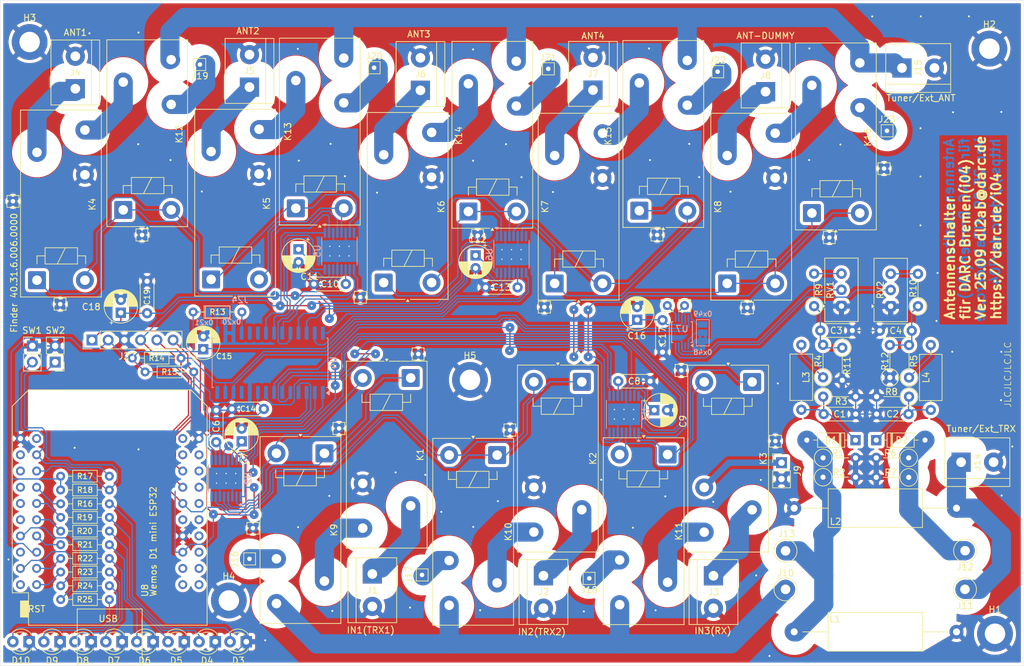
<source format=kicad_pcb>
(kicad_pcb (version 20241229) (generator "pcbnew") (generator_version "9.0")
  (title_block (date "2025-09-05"))
  (layers (0 "F.Cu" signal) (2 "B.Cu" signal) (13 "F.Paste" user) (15 "B.Paste" user) (5 "F.SilkS" user "F.Silkscreen") (7 "B.SilkS" user "B.Silkscreen") (1 "F.Mask" user) (3 "B.Mask" user) (25 "Edge.Cuts" user))
  (net 0 "")
  (net 1 "GND")
  (net 2 "/Ant2")
  (net 3 "/SWR_out")
  (net 4 "/Tuner_ANT")
  (net 5 "/In1")
  (net 6 "/In2")
  (net 7 "/In3")
  (net 8 "/Ant1")
  (net 9 "/Ant3")
  (net 10 "/Ant4")
  (net 11 "/Ant5")
  (net 12 "/ANT-RX")
  (net 13 "/SWR_HF_r")
  (net 14 "Net-(L4-Pad2)")
  (net 15 "Net-(C4-Pad2)")
  (net 16 "Net-(L3-Pad2)")
  (net 17 "Net-(C3-Pad1)")
  (net 18 "Net-(D1-K)")
  (net 19 "/SWR_HF_f")
  (net 20 "Net-(D2-K)")
  (net 21 "Net-(R9-Pad2)")
  (net 22 "Net-(R10-Pad2)")
  (net 23 "+3V3")
  (net 24 "SCL")
  (net 25 "SDA")
  (net 26 "Net-(U4-~{RESET})")
  (net 27 "Net-(U8-IO_18{slash}D5)")
  (net 28 "Net-(D3-A)")
  (net 29 "Net-(U8-IO_36{slash}SVP{slash}A0)")
  (net 30 "Net-(U8-IO_26{slash}D0)")
  (net 31 "Net-(U8-IO_19{slash}D6)")
  (net 32 "Net-(D4-A)")
  (net 33 "Net-(U8-IO_23{slash}D7)")
  (net 34 "Net-(D5-A)")
  (net 35 "Net-(D6-A)")
  (net 36 "Net-(U8-IO_05{slash}D8)")
  (net 37 "Net-(D7-A)")
  (net 38 "Net-(U8-IO_13{slash}TCK)")
  (net 39 "Net-(U8-IO_10{slash}SD3)")
  (net 40 "Net-(D8-A)")
  (net 41 "Net-(D9-A)")
  (net 42 "Net-(U8-IO_09{slash}SD2)")
  (net 43 "Net-(U8-IO_14{slash}TMS)")
  (net 44 "Net-(D10-A)")
  (net 45 "/Isl3")
  (net 46 "Net-(U3-AOUT1)")
  (net 47 "Net-(U3-AOUT2)")
  (net 48 "/Isl2")
  (net 49 "Net-(U2-BOUT1)")
  (net 50 "Net-(U2-BOUT2)")
  (net 51 "/Isl1")
  (net 52 "Net-(U2-AOUT1)")
  (net 53 "Net-(U2-AOUT2)")
  (net 54 "Net-(U5-AOUT2)")
  (net 55 "/Isl5")
  (net 56 "Net-(U5-AOUT1)")
  (net 57 "Net-(U5-BOUT2)")
  (net 58 "Net-(U5-BOUT1)")
  (net 59 "/Isl6")
  (net 60 "Net-(U6-AOUT2)")
  (net 61 "/Isl7")
  (net 62 "Net-(U6-AOUT1)")
  (net 63 "Net-(U6-BOUT1)")
  (net 64 "Net-(U6-BOUT2)")
  (net 65 "/Isl8")
  (net 66 "Net-(U3-BOUT2)")
  (net 67 "Net-(U3-BOUT1)")
  (net 68 "/SWR_in")
  (net 69 "/L12")
  (net 70 "/L22")
  (net 71 "/L32")
  (net 72 "/L42")
  (net 73 "/L52")
  (net 74 "/L62")
  (net 75 "/L72")
  (net 76 "/L82")
  (net 77 "Net-(U7-AIN0)")
  (net 78 "Net-(U7-AIN1)")
  (net 80 "Net-(J25-Pin_1)")
  (net 81 "Net-(J26-Pin_1)")
  (net 82 "Net-(J28-Pin_2)")
  (net 84 "Net-(U4-GPA0)")
  (net 85 "Net-(U4-GPA2)")
  (net 86 "Net-(U2-BIN1)")
  (net 87 "Net-(U4-GPA5)")
  (net 88 "Net-(J24-Pin_2)")
  (net 89 "Net-(U3-BIN2)")
  (net 90 "Net-(U4-GPA7)")
  (net 92 "Net-(U3-AIN2)")
  (net 93 "Net-(U2-AIN2)")
  (net 95 "Net-(U3-BIN1)")
  (net 96 "Net-(U4-GPA4)")
  (net 97 "Net-(U4-GPA3)")
  (net 98 "Net-(U4-GPA1)")
  (net 99 "Net-(U2-AIN1)")
  (net 100 "Net-(U3-AIN1)")
  (net 102 "Net-(U4-GPA6)")
  (net 103 "Net-(U2-BIN2)")
  (net 105 "+5V")
  (net 106 "nSleep")
  (net 107 "Net-(U6-VCP)")
  (net 108 "Net-(U6-VINT)")
  (net 109 "Net-(U5-VINT)")
  (net 110 "Net-(U5-VCP)")
  (net 112 "Net-(U2-VINT)")
  (net 114 "Net-(U2-VCP)")
  (net 115 "Net-(U3-VCP)")
  (net 139 "Net-(U3-VINT)")
  (net 140 "/Isl4")
  (footprint "Inductor_THT:L_Axial_L14.5mm_D5.8mm_P25.40mm_Horizontal_Fastron_HBCC" (layer "F.Cu") (at 190.585 119.45 180)
    (property "Reference" "L2")
    (property "Value" "BN43-202")
  )
  (footprint "Relay_THT:Relay_SPDT_Finder_40.31" (layer "F.Cu") (at 105.185 99.075294 -90)
    (property "Reference" "K1")
    (property "Value" "Finder 40.31.6.006.0000")
  )
  (footprint "Connector_Pin:Pin_D0.7mm_L6.5mm_W1.8mm_FlatFork" (layer "F.Cu") (at 72.21 50.027795)
    (property "Reference" "J19")
    (property "Value" "L2")
  )
  (footprint "Inductor_THT:L_Axial_L14.5mm_D5.8mm_P25.40mm_Horizontal_Fastron_HBCC" (layer "F.Cu") (at 165.185 138.8)
    (property "Reference" "L1")
    (property "Value" "BN43-202" (hide yes))
  )
  (footprint "LED_THT:LED_D3.0mm" (layer "F.Cu") (at 45.485 140.34 180)
    (property "Reference" "D10")
    (property "Value" "LED8")
  )
  (footprint "Resistor_THT:R_Axial_DIN0204_L3.6mm_D1.6mm_P7.62mm_Horizontal" (layer "F.Cu") (at 50.41 114.45)
    (property "Reference" "R17")
    (property "Value" "10k")
  )
  (footprint "Connector_Pin:Pin_D0.7mm_L6.5mm_W1.8mm_FlatFork" (layer "F.Cu") (at 106.96 129.890294 180)
    (property "Reference" "J17")
    (property "Value" "L2")
  )
  (footprint "Inductor_THT:L_Axial_L7.0mm_D3.3mm_P10.16mm_Horizontal_Fastron_MICC" (layer "F.Cu") (at 166.31 104.05 90)
    (property "Reference" "L3")
    (property "Value" "47uH")
  )
  (footprint "Potentiometer_THT:Potentiometer_Vishay_T93YA_Vertical" (layer "F.Cu") (at 180.285 87.85 90)
    (property "Reference" "RV2")
    (property "Value" "4.7k")
  )
  (footprint "Resistor_THT:R_Axial_DIN0207_L6.3mm_D2.5mm_P5.08mm_Vertical" (layer "F.Cu") (at 180.16 99 90)
    (property "Reference" "R12")
    (property "Value" "100k")
  )
  (footprint "Resistor_THT:R_Axial_DIN0204_L3.6mm_D1.6mm_P7.62mm_Horizontal" (layer "F.Cu") (at 71.15 88.75)
    (property "Reference" "R13")
    (property "Value" "10k")
  )
  (footprint "Connector_Pin:Pin_D0.7mm_L6.5mm_W1.8mm_FlatFork" (layer "F.Cu") (at 162.25 108.95 90)
    (property "Reference" "J29" (hide yes))
    (property "Value" "Conn_01x01_Pin" (hide yes))
  )
  (footprint "Relay_THT:Relay_SPDT_Finder_40.31" (layer "F.Cu") (at 114.21 73.027795 90)
    (property "Reference" "K14")
    (property "Value" "Finder 40.31.6.006.0000")
  )
  (footprint "Connector_Pin:Pin_D0.7mm_L6.5mm_W1.8mm_FlatFork" (layer "F.Cu") (at 80.5 122.575 90)
    (property "Reference" "J38" (hide yes))
    (property "Value" "Conn_01x01_Pin" (hide yes))
  )
  (footprint "Relay_THT:Relay_SPDT_Finder_40.31" (layer "F.Cu") (at 60.21 72.777795 90)
    (property "Reference" "K12")
    (property "Value" "Finder 40.31.6.006.0000")
  )
  (footprint "Relay_THT:Relay_SPDT_Finder_40.31" (layer "F.Cu") (at 91.685 110.865294 -90)
    (property "Reference" "K9")
    (property "Value" "Finder 40.31.6.006.0000")
  )
  (footprint "TerminalBlock:TerminalBlock_bornier-2_P5.08mm" (layer "F.Cu") (at 191.305 112.25)
    (property "Reference" "J14")
    (property "Value" "Tuner/Ext_TRX")
  )
  (footprint "Connector_Pin:Pin_D1.3mm_L11.0mm_LooseFit" (layer "F.Cu") (at 163.835 126.125 180)
    (property "Reference" "J13")
    (property "Value" "T2_In")
  )
  (footprint "TerminalBlock:TerminalBlock_bornier-2_P5.08mm" (layer "F.Cu") (at 99.185 129.745294 -90)
    (property "Reference" "J1")
    (property "Value" "IN1(TRX1)")
  )
  (footprint "Capacitor_THT:CP_Radial_D5.0mm_P2.00mm" (layer "F.Cu") (at 59.83 88.87 90)
    (property "Reference" "C18")
    (property "Value" "2.2uF")
  )
  (footprint "LED_THT:LED_D3.0mm" (layer "F.Cu") (at 60.03 140.35 180)
    (property "Reference" "D7")
    (property "Value" "LED5")
  )
  (footprint "TerminalBlock:TerminalBlock_bornier-2_P5.08mm" (layer "F.Cu") (at 133.71 54.027795 90)
    (property "Reference" "J7")
    (property "Value" "ANT4")
  )
  (footprint "Connector_Pin:Pin_D0.7mm_L6.5mm_W1.8mm_FlatFork" (layer "F.Cu") (at 170.7 77.1)
    (property "Reference" "J41" (hide yes))
    (property "Value" "Conn_01x01_Pin" (hide yes))
  )
  (footprint "Connector_Pin:Pin_D0.7mm_L6.5mm_W1.8mm_FlatFork" (layer "F.Cu") (at 93.975 106.975)
    (property "Reference" "J37" (hide yes))
    (property "Value" "Conn_01x01_Pin" (hide yes))
  )
  (footprint "Resistor_THT:R_Axial_DIN0204_L3.6mm_D1.6mm_P7.62mm_Horizontal" (layer "F.Cu") (at 58.03 116.6 180)
    (property "Reference" "R18")
    (property "Value" "10k")
  )
  (footprint "TerminalBlock:TerminalBlock_bornier-2_P5.08mm" (layer "F.Cu") (at 182.055 50.575)
    (property "Reference" "J15")
    (property "Value" "Tuner/Ext_ANT")
  )
  (footprint "Capacitor_THT:C_Disc_D4.3mm_W1.9mm_P5.00mm" (layer "F.Cu") (at 178.585 91.675)
    (property "Reference" "C4")
    (property "Value" "1.2nF")
  )
  (footprint "MountingHole:MountingHole_3.2mm_M3_DIN965_Pad_TopBottom" (layer "F.Cu") (at 195.73 47.55)
    (property "Reference" "H2")
    (property "Value" "MountingHole_Pad" (hide yes))
  )
  (footprint "Relay_THT:Relay_SPDT_Finder_40.31" (layer "F.Cu") (at 127.71 84.277795 90)
    (property "Reference" "K7")
    (property "Value" "Finder 40.31.6.006.0000")
  )
  (footprint "Connector_Pin:Pin_D0.7mm_L6.5mm_W1.8mm_FlatFork" (layer "F.Cu") (at 50.35 87.525)
    (property "Reference" "J36" (hide yes))
    (property "Value" "Conn_01x01_Pin" (hide yes))
  )
  (footprint "Inductor_THT:L_Axial_L7.0mm_D3.3mm_P10.16mm_Horizontal_Fastron_MICC" (layer "F.Cu") (at 186.56 104.075 90)
    (property "Reference" "L4")
    (property "Value" "47uH")
  )
  (footprint "Connector_Pin:Pin_D0.7mm_L6.5mm_W1.8mm_FlatFork" (layer "F.Cu") (at 145.335 87.75)
    (property "Reference" "J25" (hide yes))
    (property "Value" "ADC2")
  )
  (footprint "Connector_Pin:Pin_D0.7mm_L6.5mm_W1.8mm_FlatFork" (layer "F.Cu") (at 153.21 51.155589 180)
    (property "Reference" "J22")
    (property "Value" "L2")
  )
  (footprint "Capacitor_THT:C_Disc_D4.3mm_W1.9mm_P5.00mm" (layer "F.Cu") (at 169.81 104.725)
    (property "Reference" "C1")
    (property "Value" "1.2nF")
  )
  (footprint "Resistor_THT:R_Axial_DIN0204_L3.6mm_D1.6mm_P7.62mm_Horizontal" (layer "F.Cu") (at 50.415 118.765)
    (property "Reference" "R16")
    (property "Value" "220")
  )
  (footprint "Connector_Pin:Pin_D0.7mm_L6.5mm_W1.8mm_FlatFork" (layer "F.Cu") (at 106.375 95.325)
    (property "Reference" "J30" (hide yes))
    (property "Value" "Conn_01x01_Pin" (hide yes))
  )
  (footprint "Resistor_THT:R_Axial_DIN0207_L6.3mm_D2.5mm_P5.08mm_Vertical" (layer "F.Cu") (at 172.71 94.35 -90)
    (property "Reference" "R11")
    (property "Value" "100k")
  )
  (footprint "Connector_Pin:Pin_D0.7mm_L6.5mm_W1.8mm_FlatFork" (layer "F.Cu") (at 79.96 127.3825 180)
    (property "Reference" "J16")
    (property "Value" "L2")
  )
  (footprint "Relay_THT:Relay_SPDT_Finder_40.31" (layer "F.Cu") (at 46.71 83.777795 90)
    (property "Reference" "K4")
    (property "Value" "Finder 40.31.6.006.0000")
  )
  (footprint "Resistor_THT:R_Axial_DIN0207_L6.3mm_D2.5mm_P5.08mm_Vertical" (layer "F.Cu") (at 183.16 99.005 90)
    (property "Reference" "R5")
    (property "Value" "100k")
  )
  (footprint "Capacitor_THT:C_Disc_D4.3mm_W1.9mm_P5.00mm" (layer "F.Cu") (at 63.94 83.94 -90)
    (property "Reference" "C19")
    (property "Value" "100nF")
  )
  (footprint "Connector_Pin:Pin_D0.7mm_L6.5mm_W1.8mm_FlatFork" (layer "F.Cu") (at 97.3 86.425 90)
    (property "Reference" "J35" (hide yes))
    (property "Value" "Conn_01x01_Pin" (hide yes))
  )
  (footprint "Resistor_THT:R_Axial_DIN0204_L3.6mm_D1.6mm_P7.62mm_Horizontal" (layer "F.Cu") (at 50.42 123.04)
    (property "Reference" "R20")
    (property "Value" "220")
  )
  (footprint "Capacitor_THT:CP_Radial_D5.0mm_P2.00mm" (layer "F.Cu") (at 115.335 79.9 -90)
    (property "Reference" "C12")
    (property "Value" "2.2uF")
  )
  (footprint "LED_THT:LED_D3.0mm" (layer "F.Cu") (at 79.46 140.35 180)
    (property "Reference" "D3")
    (property "Value" "LED1")
  )
  (footprint "LED_THT:LED_D3.0mm" (layer "F.Cu") (at 50.33 140.35 180)
    (property "Reference" "D9")
    (property "Value" "LED7")
  )
  (footprint "Relay_THT:Relay_SPDT_Finder_40.31" (layer "F.Cu") (at 100.96 84.155589 90)
    (property "Reference" "K6")
    (property "Value" "Finder 40.31.6.006.0000")
  )
  (footprint "Capacitor_THT:CP_Radial_D5.0mm_P2.00mm" (layer "F.Cu") (at 72.72 94.58 90)
    (property "Reference" "C15")
    (property "Value" "2.2uF")
  )
  (footprint "TerminalBlock:TerminalBlock_bornier-2_P5.08mm" (layer "F.Cu") (at 160.71 54.277796 90)
    (property "Reference" "J8")
    (property "Value" "ANT-DUMMY")
  )
  (footprint "Resistor_THT:R_Axial_DIN0204_L3.6mm_D1.6mm_P7.62mm_Horizontal" (layer "F.Cu") (at 71.25 98.13 180)
    (property "Reference" "R15")
    (property "Value" "10k")
  )
  (footprint "Capacitor_THT:CP_Radial_D5.0mm_P2.00mm" (layer "F.Cu") (at 140.61 89.975 90)
    (property "Reference" "C16")
    (property "Value" "2.2uF")
  )
  (footprint "Connector_PinHeader_2.54mm:PinHeader_1x02_P2.54mm_Vertical" (layer "F.Cu") (at 45.985 94.06)
    (property "Reference" "SW1")
    (property "Value" "Input")
  )
  (footprint "MountingHole:MountingHole_3.2mm_M3_DIN965_Pad_TopBottom" (layer "F.Cu") (at 45.56 46.51)
    (property "Reference" "H3")
    (property "Value" "MountingHole_Pad" (hide yes))
  )
  (footprint "Resistor_THT:R_Axial_DIN0204_L3.6mm_D1.6mm_P7.62mm_Horizontal" (layer "F.Cu") (at 69.25 95.97 180)
    (property "Reference" "R14")
    (property "Value" "10k")
  )
  (footprint "Connector_Pin:Pin_D0.7mm_L6.5mm_W1.8mm_FlatFork" (layer "F.Cu") (at 63.15 76.7)
    (property "Reference" "J40" (hide yes))
    (property "Value" "Conn_01x01_Pin" (hide yes))
  )
  (footprint "Connector_Pin:Pin_D1.3mm_L11.0mm_LooseFit" (layer "F.Cu") (at 163.835 132.15 180)
    (property "Reference" "J10")
    (property "Value" "T1_In")
  )
  (footprint "Resistor_THT:R_Axial_DIN0207_L6.3mm_D2.5mm_P5.08mm_Vertical" (layer "F.Cu") (at 169.71 111.575)
    (property "Reference" "R1")
    (property "Value" "100R/1W")
  )
  (footprint "Connector_Pin:Pin_D1.3mm_L11.0mm_LooseFit" (layer "F.Cu") (at 191.935 126.1)
    (property "Reference" "J12")
    (property "Value" "T2_Out")
  )
  (footprint "Connector_Pin:Pin_D0.7mm_L6.5mm_W1.8mm_FlatFork" (layer "F.Cu") (at 179.25 66.3 90)
    (property "Reference" "J31" (hide yes))
    (property "Value" "Conn_01x01_Pin" (hide yes))
  )
  (footprint "Capacitor_THT:CP_Radial_D5.0mm_P2.00mm" (layer "F.Cu") (at 78.735 109 90)
    (property "Reference" "C7")
    (property "Value" "2.2uF")
  )
  (footprint "MountingHole:MountingHole_3.2mm_M3_DIN965_Pad_TopBottom" (layer "F.Cu") (at 196.61 139.1)
    (property "Reference" "H1")
    (property "Value" "MountingHole_Pad" (hide yes))
  )
  (footprint "Connector_Pin:Pin_D0.7mm_L6.5mm_W1.8mm_FlatFork" (layer "F.Cu") (at 133.13 130.4325)
    (property "Reference" "J18")
    (property "Value" "L2")
  )
  (footprint "Resistor_THT:R_Axial_DIN0207_L6.3mm_D2.5mm_P5.08mm_Vertical" (layer "F.Cu") (at 169.71 98.98 90)
    (property "Reference" "R4")
    (property "Value" "100k")
  )
  (footprint "Connector_Pin:Pin_D0.7mm_L6.5mm_W1.8mm_FlatFork" (layer "F.Cu") (at 115.675 76.8)
    (property "Reference" "J39" (hide yes))
    (property "Value" "Conn_01x01_Pin" (hide yes))
  )
  (footprint "Resistor_THT:R_Axial_DIN0204_L3.6mm_D1.6mm_P7.62mm_Horizontal" (layer "F.Cu") (at 50.42 120.89)
    (property "Reference" "R19")
    (property "Value" "220")
  )
  (footprint "Resistor_THT:R_Axial_DIN0207_L6.3mm_D2.5mm_P5.08mm_Vertical" (layer "F.Cu") (at 183.11 111.575 180)
    (property "Reference" "R6")
    (property "Value" "100R/1W")
  )
  (footprint "Resistor_THT:R_Axial_DIN0207_L6.3mm_D2.5mm_P5.08mm_Vertical" (layer "F.Cu") (at 169.73 102)
    (property "Reference" "R3")
    (property "Value" "1M2")
  )
  (footprint "Connector_Pin:Pin_D0.7mm_L6.5mm_W1.8mm_FlatFork" (layer "F.Cu") (at 143.75 76.7)
    (property "Reference" "J42" (hide yes))
    (property "Value" "Conn_01x01_Pin" (hide yes))
  )
  (footprint "Connector_Pin:Pin_D0.7mm_L6.5mm_W1.8mm_FlatFork" (layer "F.Cu") (at 99.46 50.527795 180)
    (property "Reference" "J20")
    (property "Value" "L2")
  )
  (footprint "Resistor_THT:R_Axial_DIN0204_L3.6mm_D1.6mm_P7.62mm_Horizontal" (layer "F.Cu") (at 50.42 125.165)
    (property "Reference" "R21")
    (property "Value" "220")
  )
  (footprint "Capacitor_THT:CP_Radial_D5.0mm_P2.00mm" (layer "F.Cu") (at 143.29 104.11)
    (property "Reference" "C9")
    (property "Value" "2.2uF")
  )
  (footprint "Connector_Pin:Pin_D0.7mm_L6.5mm_W1.8mm_FlatFork" (layer "F.Cu") (at 42.95 71.425 90)
    (property "Reference" "J32" (hide yes))
    (property "Value" "Conn_01x01_Pin" (hide yes))
  )
  (footprint "TerminalBlock:TerminalBlock_bornier-2_P5.08mm" (layer "F.Cu") (at 106.71 54.067795 90)
    (property "Reference" "J6")
    (property "Value" "ANT3")
  )
  (footprint "Relay_THT:Relay_SPDT_Finder_40.31" (layer "F.Cu") (at 87.21 72.527795 90)
    (property "Reference" "K13")
    (property "Value" "Finder 40.31.6.006.0000")
  )
  (footprint "Diode_THT:D_DO-35_SOD27_P7.62mm_Horizontal" (layer "F.Cu") (at 174.785 108.8 180)
    (property "Reference" "D1")
    (property "Value" "BAT43")
  )
  (footprint "Connector_Pin:Pin_D0.7mm_L6.5mm_W1.8mm_FlatFork" (layer "F.Cu") (at 126.1 87.975 90)
    (property "Reference" "J43" (hide yes))
    (property "Value" "Conn_01x01_Pin" (hide yes))
  )
  (footprint "Resistor_THT:R_Axial_DIN0204_L3.6mm_D1.6mm_P7.62mm_Horizontal" (layer "F.Cu") (at 50.415 129.44)
    (property "Reference" "R23")
    (property "Value" "220")
  )
  (footprint "Diode_THT:D_DO-35_SOD27_P7.62mm_Horizontal" (layer "F.Cu") (at 178.035 108.8)
    (property "Reference" "D2")
    (property "Value" "BAT43")
  )
  (footprint "Resistor_THT:R_Axial_DIN0207_L6.3mm_D2.5mm_P5.08mm_Vertical" (layer "F.Cu") (at 168.31 87.83 90)
    (property "Reference" "R9")
    (property "Value" "2.2k")
  )
  (footprint "Resistor_THT:R_Axial_DIN0204_L3.6mm_D1.6mm_P7.62mm_Horizontal" (layer "F.Cu") (at 50.42 131.59)
    (property "Reference" "R24")
    (property "Value" "220")
  )
  (footprint "Resistor_THT:R_Axial_DIN0207_L6.3mm_D2.5mm_P5.08mm_Vertical" (layer "F.Cu") (at 184.56 87.855 90)
    (property "Reference" "R10")
    (property "Value" "2.2k")
  )
  (footprint "Relay_THT:Relay_SPDT_Finder_40.31" (layer "F.Cu") (at 154.71 84.277795 90)
    (property "Reference" "K8")
    (property "Value" "Finder 40.31.6.006.0000")
  )
  (footprint "Relay_THT:Relay_SPDT_Finder_40.31" (layer "F.Cu") (at 73.96 83.655589 90)
    (property "Reference" "K5")
    (property "Value" "Finder 40.31.6.006.0000")
  )
  (footprint "MountingHole:MountingHole_3.2mm_M3_DIN965_Pad_TopBottom" (layer "F.Cu") (at 76.73 133.89)
    (property "Reference" "H4")
    (property "Value" "MountingHole_Pad" (hide yes))
  )
  (footprint "Connector_Pin:Pin_D0.7mm_L6.5mm_W1.8mm_FlatFork" (layer "F.Cu") (at 148.035 87.75 180)
    (property "Reference" "J26" (hide yes))
    (property "Value" "ADC3")
  )
  (footprint "Potentiometer_THT:Potentiometer_Vishay_T93YA_Vertical" (layer "F.Cu") (at 172.585 87.825 90)
    (property "Reference" "RV1")
    (property "Value" "4.7k")
  )
  (footprint "Capacitor_THT:C_Disc_D4.3mm_W1.9mm_P5.00mm" (layer "F.Cu") (at 144.585 90.025 -90)
    (property "Reference" "C17")
    (property "Value" "100nF")
  )
  (footprint "TerminalBlock:TerminalBlock_bornier-2_P5.08mm" (layer "F.Cu") (at 79.96 53.567795 90)
    (property "Reference" "J5")
    (property "Value" "ANT2")
  )
  (footprint "TerminalBlock:TerminalBlock_bornier-2_P5.08mm" (layer "F.Cu") (at 125.96 130.020294 -90)
    (property "Reference" "J2")
    (property "Value" "IN2(TRX2)")
  )
  (footprint "Capacitor_THT:C_Disc_D4.3mm_W1.9mm_P5.00mm" (layer "F.Cu") (at 90.035 84.375)
    (property "Reference" "C10")
    (property "Value" "100nF")
  )
  (footprint "Relay_THT:Relay_SPDT_Finder_40.31" (layer "F.Cu") (at 118.71 111.140294 -90)
    (property "Reference" "K10")
    (property "Value" "Finder 40.31.6.006.0000")
  )
  (footprint "Resistor_THT:R_Axial_DIN0204_L3.6mm_D1.6mm_P7.62mm_Horizontal" (layer "F.Cu") (at 50.42 133.74)
    (property "Reference" "R25")
    (property "Value" "220")
  )
  (footprint "LED_THT:LED_D3.0mm" (layer "F.Cu") (at 64.885 140.35 180)
    (property "Reference" "D6")
    (property "Value" "LED4")
  )
  (footprint "Connector_PinHeader_2.54mm:PinHeader_1x06_P2.54mm_Vertical" (layer "F.Cu") (at 55.31 93.14 90)
    (property "Reference" "J27")
    (property "Value" "Ext")
  )
  (footprint "Relay_THT:Relay_SPDT_Finder_40.31" (layer "F.Cu") (at 131.96 99.6825 -90)
    (property "Reference" "K2")
    (property "Value" "Finder 40.31.6.006.0000")
  )
  (footprint "LED_THT:LED_D3.0mm" (layer "F.Cu") (at 55.185 140.35 180)
    (property "Reference" "D8")
    (property "Value" "LED6")
  )
  (footprint "Connector_Pin:Pin_D0.7mm_L6.5mm_W1.8mm_FlatFork" (layer "F.Cu") (at 126.71 50.7 180)
    (property "Reference" "J21")
    (property "Value" "L2")
  )
  (footprint "Connector_Pin:Pin_D0.7mm_L6.5mm_W1.8mm_FlatFork" (layer "F.Cu") (at 157.85 88.075 90)
    (property "Reference" "J44" (hide yes))
    (property "Value" "Conn_01x01_Pin" (hide yes))
  )
  (footprint "Capacitor_THT:C_Disc_D4.3mm_W1.9mm_P5.00mm" (layer "F.Cu") (at 116.91 84.9)
    (property "Reference" "C13")
    (property "Value" "100nF")
  )
  (footprint "Capacitor_THT:C_Disc_D4.3mm_W1.9mm_P5.00mm" (layer "F.Cu") (at 74.76 104.125 -90)
    (property "Reference" "C6")
    (property "Value" "100nF")
  )
  (footprint "Resistor_THT:R_Axial_DIN0207_L6.3mm_D2.5mm_P5.08mm_Vertical" (layer "F.Cu") (at 169.71 114.6)
    (property "Reference" "R2")
    (property "Value" "100R/1W")
  )
  (footprint "Capacitor_THT:C_Disc_D4.3mm_W1.9mm_P5.00mm" (layer "F.Cu") (at 183.085 104.725 180)
    (property "Reference" "C2")
    (property "Value" "1.2nF")
  )
  (footprint "Resistor_THT:R_Axial_DIN0207_L6.3mm_D2.5mm_P5.08mm_Vertical" (layer "F.Cu") (at 183.16 102 180)
    (property "Reference" "R8")
    (property "Value" "1M2")
  )
  (footprint "Connector_Pin:Pin_D0.7mm_L6.5mm_W1.8mm_FlatFork" (layer "F.Cu") (at 147.525 97.9)
    (property "Reference" "J33" (hide yes))
    (property "Value" "Conn_01x01_Pin" (hide yes))
  )
  (footprint "Capacitor_THT:CP_Radial_D5.0mm_P2.00mm" (layer "F.Cu") (at 87.635 78.95 -90)
    (property "Reference" "C11")
    (property "Value" "2.2uF")
  )
  (footprint "Connector_PinHeader_2.54mm:PinHeader_1x02_P2.54mm_Vertical" (layer "F.Cu") (at 163.21 112.335)
    (property "Reference" "J9")
    (property "Value" "ANT-RX")
  )
  (footprint "Connector_Pin:Pin_D0.7mm_L6.5mm_W1.8mm_FlatFork" (layer "F.Cu") (at 120.725 107.225)
    (property "Reference" "J34" (hide yes))
    (property "Value" "Conn_01x01_Pin" (hide yes))
  )
  (footprint "Connector_PinHeader_2.54mm:PinHeader_1x02_P2.54mm_Vertical" (layer "F.Cu") (at 49.56 96.6 180)
    (property "Reference" "SW2")
    (property "Value" "Output")
  )
  (footprint "Resistor_THT:R_Axial_DIN0204_L3.6mm_D1.6mm_P7.62mm_Horizontal" (layer "F.Cu") (at 50.415 127.315)
    (property "Reference" "R22")
    (property "Value" "220")
  )
  (footprint "Relay_THT:Relay_SPDT_Finder_40.31" (layer "F.Cu") (at 140.96 72.9 90)
    (property "Reference" "K15")
    (property "Value" "Finder 40.31.6.006.0000")
  )
  (footprint "LED_THT:LED_D3.0mm" (layer "F.Cu") (at 74.61 140.35 180)
    (property "Reference" "D4")
    (property "Value" "LED2")
  )
  (footprint "Capacitor_THT:C_Disc_D4.3mm_W1.9mm_P5.00mm" (layer "F.Cu") (at 169.285 91.65)
    (property "Reference" "C3")
    (property "Value" "1.2nF")
  )
  (footprint "Connector_Pin:Pin_D1.3mm_L11.0mm_LooseFit" (layer "F.Cu") (at 191.91 132.15)
    (property "Reference" "J11")
    (property "Value" "T1_Out")
  )
  (footprint "Connector_Pin:Pin_D0.7mm_L6.5mm_W1.8mm_FlatFork" (layer "F.Cu") (at 179.71 60.4 180)
    (property "Reference" "J23")
    (property "Value" "L2")
  )
  (footprint "LED_THT:LED_D3.0mm" (layer "F.Cu") (at 69.76 140.35 180)
    (property "Reference" "D5")
    (property "Value" "LED3")
  )
  (footprint "TerminalBlock:TerminalBlock_bornier-2_P5.08mm" (layer "F.Cu") (at 152.56 130.025 -90)
    (property "Reference" "J3")
    (property "Value" "IN3(RX)")
  )
  (footprint "Relay_THT:Relay_SPDT_Finder_40.31" (layer "F.Cu") (at 145.385 111.05 -90)
    (property "Reference" "K11")
    (property "Value" "Finder 40.31.6.006.0000")
  )
  (footprint "Capacitor_THT:C_Disc_D4.3mm_W1.9mm_P5.00mm" (layer "F.Cu") (at 82.21 103.925 180)
    (property "Reference" "C14")
    (property "Value" "100nF")
  )
  (footprint "Relay_THT:Relay_SPDT_Finder_40.31" (layer "F.Cu") (at 158.61 99.7 -90)
    (property "Reference" "K3")
    (property "Value" "Finder 40.31.6.006.0000")
  )
  (footprint "TerminalBlock:TerminalBlock_bornier-2_P5.08mm" (layer "F.Cu") (at 52.71 53.817795 90)
    (property "Reference" "J4")
    (property "Value" "ANT1")
  )
  (footprint "Capacitor_THT:C_Disc_D4.3mm_W1.9mm_P5.00mm" (layer "F.Cu") (at 142.66 99.5825 180)
    (property "Reference" "C8")
    (property "Value" "100nF")
  )
  (footprint "MountingHole:MountingHole_3.2mm_M3_DIN965_Pad_TopBottom" (layer "F.Cu") (at 114.46 99.375)
    (property "Reference" "H5")
    (property "Value" "MountingHole_Pad" (hide yes))
  )
  (footprint "Resistor_THT:R_Axial_DIN0207_L6.3mm_D2.5mm_P5.08mm_Vertical" (layer "F.Cu") (at 183.11 114.625 180)
    (property "Reference" "R7")
    (property "Value" "100R/1W")
  )
  (footprint "Relay_THT:Relay_SPDT_Finder_40.31" (layer "F.Cu") (at 167.96 73.277795 90)
    (property "Reference" "K16")
    (property "Value" "Finder 40.31.6.006.0000")
  )
  (footprint "ESP32_mini:ESP32_mini" (layer "F.Cu") (at 58.09 119.985)
    (property "Reference" "U8")
    (property "Value" "Wemos D1 mini ESP32")
  )
  (footprint "Jumper:SolderJumper-3_P1.3mm_Bridged2Bar12_Pad1.0x1.5mm_NumberLabels" (layer "B.Cu") (at 74.89 88.775 180)
    (property "Reference" "J24")
    (property "Value" "MCP_Addr")
  )
  (footprint "Package_SO:HTSSOP-16-1EP_4.4x5mm_P0.65mm_EP3.4x5mm_Mask2.46x2.31mm_ThermalVias" (layer "B.Cu") (at 138.56 104.7575 90)
    (property "Reference" "U3")
    (property "Value" "DRV8833PWP")
  )
  (footprint "Jumper:SolderJumper-3_P1.3mm_Bridged2Bar12_Pad1.0x1.5mm_NumberLabels" (layer "B.Cu") (at 150.885 92 90)
    (property "Reference" "J28" (hide yes))
    (property "Value" "ADC_Addr")
  )
  (footprint "Package_SO:HTSSOP-16-1EP_4.4x5mm_P0.65mm_EP3.4x5mm_Mask2.46x2.31mm_ThermalVias" (layer "B.Cu") (at 120.955 79.75 -90)
    (property "Reference" "U6")
    (property "Value" "DRV8833PWP")
  )
  (footprint "Package_SO:HTSSOP-16-1EP_4.4x5mm_P0.65mm_EP3.4x5mm_Mask2.46x2.31mm_ThermalVias" (layer "B.Cu") (at 76.31 114.775 90)
    (property "Reference" "U2")
    (property "Value" "DRV8833PWP")
  )
  (footprint "Package_SO:SOIC-28W_7.5x17.9mm_P1.27mm" (layer "B.Cu") (at 83.18 96.7 90)
    (property "Reference" "U4")
    (property "Value" "MCP23017_SO")
  )
  (footprint "Package_SO:HTSSOP-16-1EP_4.4x5mm_P0.65mm_EP3.4x5mm_Mask2.46x2.31mm_ThermalVias" (layer "B.Cu") (at 94.035 79.225 -90)
    (property "Reference" "U5")
    (property "Value" "DRV8833PWP")
  )
  (footprint "Package_SO:TSSOP-10_3x3mm_P0.5mm" (layer "B.Cu") (at 147.635 91.9 90)
    (property "Reference" "U7")
    (property "Value" "ADS1115IDGS")
  )
  (gr_rect (start 40.95 39.96) (end 201.14 144.1) (stroke (width 0.05)) (fill no) (layer "Edge.Cuts"))
  (gr_text "Antennenschalter\nfür DARC Bremen(i04)\nVer 25.09 dl2ab@darc.de \nhttps://darc.de/i04\n" (at 197.53 61.42 90) (layer "B.Cu") (effects (font (size 1.5 1.5) (thickness 0.3) (bold yes)) (justify left bottom mirror)))
  (gr_text "JLCJLCJLCJLC" (at 199.2 103.775 90) (layer "F.SilkS") (effects (font (size 1 1) (thickness 0.1)) (justify left bottom)))
  (gr_text "Finder 40.31.6.006.0000" (at 43.125 82.625 90) (layer "F.SilkS") (effects (font (size 1 1))))
  (gr_text "Antennenschalter\nfür DARC Bremen(i04)\nVer 25.09 dl2ab@darc.de \nhttps://darc.de/i04\n" (at 197.67 90.11 90) (layer "F.SilkS") (effects (font (size 1.5 1.5) (thickness 0.3) (bold yes)) (justify left bottom)))
  (via (at 118.825 118.35) (size 0.6) (drill 0.3) (layers "F.Cu" "B.Cu") (net 1))
  (via (at 139.95 122.5) (size 0.6) (drill 0.3) (layers "F.Cu" "B.Cu") (net 1))
  (via (at 42.25 127.475) (size 0.6) (drill 0.3) (layers "F.Cu" "B.Cu") (net 1))
  (via (at 142.475 47.525) (size 0.6) (drill 0.3) (layers "F.Cu" "B.Cu") (net 1))
  (via (at 152.525 118.45) (size 0.6) (drill 0.3) (layers "F.Cu" "B.Cu") (net 1))
  (via (at 162.625 99.925) (size 0.6) (drill 0.3) (layers "F.Cu" "B.Cu") (net 1))
  (via (at 87.675 65.075) (size 0.6) (drill 0.3) (layers "F.Cu" "B.Cu") (net 1))
  (via (at 62.6 110.25) (size 0.6) (drill 0.3) (layers "F.Cu" "B.Cu") (net 1))
  (via (at 189.925 94.975) (size 0.6) (drill 0.3) (layers "F.Cu" "B.Cu") (net 1))
  (via (at 148.775 62.45) (size 0.6) (drill 0.3) (layers "F.Cu" "B.Cu") (net 1))
  (via (at 192.525 42.5) (size 0.6) (drill 0.3) (layers "F.Cu" "B.Cu") (net 1))
  (via (at 150.325 67.65) (size 0.6) (drill 0.3) (layers "F.Cu" "B.Cu") (net 1))
  (via (at 92.925 135.525) (size 0.6) (drill 0.3) (layers "F.Cu" "B.Cu") (net 1))
  (via (at 197.6 57.45) (size 0.6) (drill 0.3) (layers "F.Cu" "B.Cu") (net 1))
  (via (at 122.525 67.65) (size 0.6) (drill 0.3) (layers "F.Cu" "B.Cu") (net 1))
  (via (at 105.075 135) (size 0.6) (drill 0.3) (layers "F.Cu" "B.Cu") (net 1))
  (via (at 67.6 64.975) (size 0.6) (drill 0.3) (layers "F.Cu" "B.Cu") (net 1))
  (via (at 184.95 67.55) (size 0.6) (drill 0.3) (layers "F.Cu" "B.Cu") (net 1))
  (via (at 159.975 115.025) (size 0.6) (drill 0.3) (layers "F.Cu" "B.Cu") (net 1))
  (via (at 161.325 142.575) (size 0.6) (drill 0.3) (layers "F.Cu" "B.Cu") (net 1))
  (via (at 92.45 117.525) (size 0.6) (drill 0.3) (layers "F.Cu" "B.Cu") (net 1))
  (via (at 199.325 109.8) (size 0.6) (drill 0.3) (layers "F.Cu" "B.Cu") (net 1))
  (via (at 92.65 62.45) (size 0.6) (drill 0.3) (layers "F.Cu" "B.Cu") (net 1))
  (via (at 187.625 82.65) (size 0.6) (drill 0.3) (layers "F.Cu" "B.Cu") (net 1))
  (via (at 159.25 129.975) (size 0.6) (drill 0.3) (layers "F.Cu" "B.Cu") (net 1))
  (via (at 155.225 69.925) (size 0.6) (drill 0.3) (layers "F.Cu" "B.Cu") (net 1))
  (via (at 109.975 120.025) (size 0.6) (drill 0.3) (layers "F.Cu" "B.Cu") (net 1))
  (via (at 145.025 117.6) (size 0.6) (drill 0.3) (layers "F.Cu" "B.Cu") (net 1))
  (via (at 184.95 60) (size 0.6) (drill 0.3) (layers "F.Cu" "B.Cu") (net 1))
  (via (at 167.575 47.525) (size 0.6) (drill 0.3) (layers "F.Cu" "B.Cu") (net 1))
  (via (at 62.6 45.025) (size 0.6) (drill 0.3) (layers "F.Cu" "B.Cu") (net 1))
  (via (at 99.925 70.075) (size 0.6) (drill 0.3) (layers "F.Cu" "B.Cu") (net 1))
  (via (at 94.9 67.5) (size 0.6) (drill 0.3) (layers "F.Cu" "B.Cu") (net 1))
  (via (at 82.425 140.125) (size 0.6) (drill 0.3) (layers "F.Cu" "B.Cu") (net 1))
  (via (at 132.275 135.6) (size 0.6) (drill 0.3) (layers "F.Cu" "B.Cu") (net 1))
  (via (at 114.975 122.375) (size 0.6) (drill 0.3) (layers "F.Cu" "B.Cu") (net 1))
  (via (at 177.4 42.5) (size 0.6) (drill 0.3) (layers "F.Cu" "B.Cu") (net 1))
  (via (at 62.55 62.5) (size 0.6) (drill 0.3) (layers "F.Cu" "B.Cu") (net 1))
  (via (at 187.45 90.15) (size 0.6) (drill 0.3) (layers "F.Cu" "B.Cu") (net 1))
  (via (at 167.525 64.975) (size 0.6) (drill 0.3) (layers "F.Cu" "B.Cu") (net 1))
  (via (at 143.5 135.425) (size 0.6) (drill 0.3) (layers "F.Cu" "B.Cu") (net 1))
  (via (at 107.475 114.225) (size 0.6) (drill 0.3) (layers "F.Cu" "B.Cu") (net 1))
  (via (at 120.1 62.5) (size 0.6) (drill 0.3) (layers "F.Cu" "B.Cu") (net 1))
  (via (at 185 42.5) (size 0.6) (drill 0.3) (layers "F.Cu" "B.Cu") (net 1))
  (via (at 135 115) (size 0.6) (drill 0.3) (layers "F.Cu" "B.Cu") (net 1))
  (via (at 172.425 62.55) (size 0.6) (drill 0.3) (layers "F.Cu" "B.Cu") (net 1))
  (via (at 197.6 94.975) (size 0.6) (drill 0.3) (layers "F.Cu" "B.Cu") (net 1))
  (via (at 54.925 45.15) (size 0.6) (drill 0.3) (layers "F.Cu" "B.Cu") (net 1))
  (via (at 190.05 57.5) (size 0.6) (drill 0.3) (layers "F.Cu" "B.Cu") (net 1))
  (via (at 114.95 47.675) (size 0.6) (drill 0.3) (layers "F.Cu" "B.Cu") (net 1))
  (via (at 197.55 102.55) (size 0.6) (drill 0.3) (layers "F.Cu" "B.Cu") (net 1))
  (via (at 114.95 65.075) (size 0.6) (drill 0.3) (layers "F.Cu" "B.Cu") (net 1))
  (via (at 127.45 69.975) (size 0.6) (drill 0.3) (layers "F.Cu" "B.Cu") (net 1))
  (via (at 87.525 47.575) (size 0.6) (drill 0.3) (layers "F.Cu" "B.Cu") (net 1))
  (via (at 184.95 75.2) (size 0.6) (drill 0.3) (layers "F.Cu" "B.Cu") (net 1))
  (via (at 87.575 122.425) (size 0.6) (drill 0.3) (layers "F.Cu" "B.Cu") (net 1))
  (via (at 197.65 117.475) (size 0.6) (drill 0.3) (layers "F.Cu" "B.Cu") (net 1))
  (via (at 102.825 113.85) (size 0.6) (drill 0.3) (layers "F.Cu" "B.Cu") (net 1))
  (via (at 52.6 110) (size 0.6) (drill 0.3) (layers "F.Cu" "B.Cu") (net 1))
  (via (at 142.625 64.975) (size 0.6) (drill 0.3) (layers "F.Cu" "B.Cu") (net 1))
  (via (at 116.05 135.425) (size 0.6) (drill 0.3) (layers "F.Cu" "B.Cu") (net 1))
  (via (at 72.5 69.9) (size 0.6) (drill 0.3) (layers "F.Cu" "B.Cu") (net 1))
  (segment (start 45.485 140.34) (end 45.485 140.775) (width 0.2) (layer "B.Cu") (net 1))
  (segment (start 172.71 99.43) (end 174.81 101.53) (width 0.2) (layer "B.Cu") (net 1))
  (segment (start 93.71 82.0875) (end 93.71 80.3) (width 0.2) (layer "B.Cu") (net 1))
  (segment (start 43.76 95.36) (end 43.76 108.195) (width 0.2) (layer "B.Cu") (net 1))
  (segment (start 46.97 141.825) (end 45.485 140.34) (width 0.2) (layer "B.Cu") (net 1))
  (segment (start 76.19 88.775) (end 76.19 92.045) (width 0.2) (layer "B.Cu") (net 1))
  (segment (start 142.66 99.5825) (end 140.0025 99.5825) (width 0.2) (layer "B.Cu") (net 1))
  (segment (start 50.335 141.825) (end 46.97 141.825) (width 0.2) (layer "B.Cu") (net 1))
  (segment (start 74.61 141.8) (end 74.635 141.825) (width 0.2) (layer "B.Cu") (net 1))
  (segment (start 92.685 84.375) (end 90.035 84.375) (width 0.2) (layer "B.Cu") (net 1))
  (segment (start 69.76 141.75) (end 69.835 141.825) (width 0.2) (layer "B.Cu") (net 1))
  (segment (start 64.91 141.825) (end 60.035 141.825) (width 0.2) (layer "B.Cu") (net 1))
  (segment (start 145.635 93.125) (end 144.585 94.175) (width 0.2) (layer "B.Cu") (net 1))
  (segment (start 77.285 113.45) (end 77.41 113.325) (width 0.2) (layer "B.Cu") (net 1))
  (segment (start 90.035 84.375) (end 87.635 81.975) (width 0.2) (layer "B.Cu") (net 1))
  (segment (start 78.2725 116.3125) (end 76.31 116.3125) (width 0.2) (layer "B.Cu") (net 1))
  (segment (start 147.635 94.05) (end 147.635 93.425) (width 0.2) (layer "B.Cu") (net 1))
  (segment (start 172.585 87.825) (end 172.585 89.95) (width 0.2) (layer "B.Cu") (net 1))
  (segment (start 76.635 111.9125) (end 76.635 114.45) (width 0.2) (layer "B.Cu") (net 1))
  (segment (start 176.535 91.65) (end 178.56 91.65) (width 0.2) (layer "B.Cu") (net 1))
  (segment (start 45.985 94.06) (end 49.56 94.06) (width 0.2) (layer "B.Cu") (net 1))
  (segment (start 76.19 92.045) (end 76.195 92.05) (width 0.2) (layer "B.Cu") (net 1))
  (segment (start 178.56 91.65) (end 178.585 91.675) (width 0.2) (layer "B.Cu") (net 1))
  (segment (start 76.195 93.395) (end 75.81 93.78) (width 0.2) (layer "B.Cu") (net 1))
  (segment (start 64.885 141.8) (end 64.91 141.825) (width 0.2) (layer "B.Cu") (net 1))
  (segment (start 95.01 78.25) (end 94.035 79.225) (width 0.2) (layer "B.Cu") (net 1))
  (segment (start 93.06 78.25) (end 94.035 79.225) (width 0.2) (layer "B.Cu") (net 1))
  (segment (start 178.005 114.6) (end 178.03 114.625) (width 0.2) (layer "B.Cu") (net 1))
  (segment (start 176.51 104.725) (end 176.51 111.525) (width 0.2) (layer "B.Cu") (net 1))
  (segment (start 76.635 114.45) (end 76.31 114.775) (width 0.2) (layer "B.Cu") (net 1))
  (segment (start 144.585 94.175) (end 144.585 95.025) (width 0.2) (layer "B.Cu") (net 1))
  (segment (start 93.71 80.3) (end 94.035 79.975) (width 0.2) (layer "B.Cu") (net 1))
  (segment (start 74.59 93.78) (end 73.39 92.58) (width 0.2) (layer "B.Cu") (net 1))
  (segment (start 77.21 103.925) (end 78.985 103.925) (width 0.2) (layer "B.Cu") (net 1))
  (segment (start 176.51 91.675) (end 176.535 91.65) (width 0.2) (layer "B.Cu") (net 1))
  (segment (start 93.71 83.35) (end 92.685 84.375) (width 0.2) (layer "B.Cu") (net 1))
  (segment (start 45.06 94.06) (end 43.76 95.36) (width 0.2) (layer "B.Cu") (net 1))
  (segment (start 180.285 87.85) (end 180.285 89.975) (width 0.2) (layer "B.Cu") (net 1))
  (segment (start 147.635 93.425) (end 147.335 93.125) (width 0.2) (layer "B.Cu") (net 1))
  (segment (start 95.01 76.3625) (end 95.01 78.25) (width 0.2) (layer "B.Cu") (net 1))
  (segment (start 60.03 140.35) (end 60.03 141.82) (width 0.2) (layer "B.Cu") (net 1))
  (segment (start 55.185 141.825) (end 50.335 141.825) (width 0.2) (layer "B.Cu") (net 1))
  (segment (start 120.63 82.6125) (end 120.63 80.075) (width 0.2) (layer "B.Cu") (net 1))
  (segment (start 147.635 94.725) (end 147.835 94.925) (width 0.2) (layer "B.Cu") (net 1))
  (segment (start 75.29 113.405) (end 75.335 113.45) (width 0.2) (layer "B.Cu") (net 1))
  (segment (start 178.08 104.72) (end 178.085 104.725) (width 0.2) (layer "B.Cu") (net 1))
  (segment (start 115.335 81.9) (end 115.335 83.325) (width 0.2) (layer "B.Cu") (net 1))
  (segment (start 180.16 99) (end 178.08 101.08) (width 0.2) (layer "B.Cu") (net 1))
  (segment (start 73.39 92.58) (end 72.72 92.58) (width 0.2) (layer "B.Cu") (net 1))
  (segment (start 74.76 104.125) (end 77.01 104.125) (width 0.2) (layer "B.Cu") (net 1))
  (segment (start 45.985 94.06) (end 45.06 94.06) (width 0.2) (layer "B.Cu") (net 1))
  (segment (start 77.285 117.6375) (end 77.285 115.75) (width 0.2) (layer "B.Cu") (net 1))
  (segment (start 174.81 102) (end 174.81 104.725) (width 0.2) (layer "B.Cu") (net 1))
  (segment (start 76.195 92.05) (end 76.195 93.395) (width 0.2) (layer "B.Cu") (net 1))
  (segment (start 55.185 140.35) (end 55.185 141.825) (width 0.2) (layer "B.Cu") (net 1))
  (segment (start 60.035 141.825) (end 55.185 141.825) (width 0.2) (layer "B.Cu") (net 1))
  (segment (start 93.06 76.3625) (end 93.06 78.25) (width 0.2) (layer "B.Cu") (net 1))
  (segment (start 76.635 115.9875) (end 76.31 116.3125) (width 0.2) (layer "B.Cu") (net 1))
  (segment (start 77.01 104.125) (end 77.21 103.925) (width 0.2) (layer "B.Cu") (net 1))
  (segment (start 138.885 101.895) (end 138.885 104.4325) (width 0.2) (layer "B.Cu") (net 1))
  (segment (start 174.81 101.53) (end 174.81 102) (width 0.2) (layer "B.Cu") (net 1))
  (segment (start 176.46 111.575) (end 178.03 111.575) (width 0.2) (layer "B.Cu") (net 1))
  (segment (start 75.335 117.6375) (end 75.335 115.75) (width 0.2) (layer "B.Cu") (net 1))
  (segment (start 50.33 140.35) (end 50.33 141.82) (width 0.2) (layer "B.Cu") (net 1))
  (segment (start 77.985 141.825) (end 74.635 141.825) (width 0.2) (layer "B.Cu") (net 1))
  (segment (start 64.885 140.35) (end 64.885 141.8) (width 0.2) (layer "B.Cu") (net 1))
  (segment (start 138.885 104.4325) (end 138.56 104.7575) (width 0.2) (layer "B.Cu") (net 1))
  (segment (start 178.03 111.575) (end 178.03 114.625) (width 0.2) (layer "B.Cu") (net 1))
  (segment (start 75.335 115.75) (end 76.31 114.775) (width 0.2) (layer "B.Cu") (net 1))
  (segment (start 174.79 114.6) (end 178.005 114.6) (width 0.2) (layer "B.Cu") (net 1))
  (segment (start 60.03 141.82) (end 60.035 141.825) (width 0.2) (layer "B.Cu") (net 1))
  (segment (start 172.585 89.95) (end 174.285 91.65) (width 0.2) (layer "B.Cu") (net 1))
  (segment (start 178.08 101.08) (end 178.08 102) (width 0.2) (layer "B.Cu") (net 1))
  (segment (start 176.51 104.725) (end 176.51 91.675) (width 0.2) (layer "B.Cu") (net 1))
  (segment (start 147.635 94.05) (end 147.635 94.725) (width 0.2) (layer "B.Cu") (net 1))
  (segment (start 120.63 80.075) (end 120.955 79.75) (width 0.2) (layer "B.Cu") (net 1))
  (segment (start 74.635 141.825) (end 69.835 141.825) (width 0.2) (layer "B.Cu") (net 1))
  (segment (start 74.61 140.35) (end 74.61 141.8) (width 0.2) (layer "B.Cu") (net 1))
  (segment (start 87.635 81.975) (end 87.635 80.95) (width 0.2) (layer "B.Cu") (net 1))
  (segment (start 138.885 100.7) (end 138.885 101.895) (width 0.2) (layer "B.Cu") (net 1))
  (segment (start 69.76 140.35) (end 69.76 141.75) (width 0.2) (layer "B.Cu") (net 1))
  (segment (start 78.985 103.925) (end 80.005 102.905) (width 0.2) (layer "B.Cu") (net 1))
  (segment (start 178.08 102) (end 178.08 104.72) (width 0.2) (layer "B.Cu") (net 1))
  (segment (start 174.79 111.575) (end 174.79 114.6) (width 0.2) (layer "B.Cu") (net 1))
  (segment (start 174.81 102) (end 178.08 102) (width 0.2) (layer "B.Cu") (net 1))
  (segment (start 50.33 141.82) (end 50.335 141.825) (width 0.2) (layer "B.Cu") (net 1))
  (segment (start 115.335 83.325) (end 116.91 84.9) (width 0.2) (layer "B.Cu") (net 1))
  (segment (start 174.79 111.575) (end 176.46 111.575) (width 0.2) (layer "B.Cu") (net 1))
  (segment (start 137.585 105.7325) (end 138.56 104.7575) (width 0.2) (layer "B.Cu") (net 1))
  (segment (start 174.285 91.65) (end 176.535 91.65) (width 0.2) (layer "B.Cu") (net 1))
  (segment (start 139.535 105.7325) (end 138.56 104.7575) (width 0.2) (layer "B.Cu") (net 1))
  (segment (start 180.285 89.975) (end 178.585 91.675) (width 0.2) (layer "B.Cu") (net 1))
  (segment (start 77.285 115.75) (end 76.31 114.775) (width 0.2) (layer "B.Cu") (net 1))
  (segment (start 76.195 92.05) (end 77.465 92.05) (width 0.2) (layer "B.Cu") (net 1))
  (segment (start 119.31 84.9) (end 116.91 84.9) (width 0.2) (layer "B.Cu") (net 1))
  (segment (start 121.93 78.775) (end 120.955 79.75) (width 0.2) (layer "B.Cu") (net 1))
  (segment (start 137.585 107.62) (end 137.585 105.7325) (width 0.2) (layer "B.Cu") (net 1))
  (segment (start 176.51 111.525) (end 176.46 111.575) (width 0.2) (layer "B.Cu") (net 1))
  (segment (start 119.98 78.775) (end 120.955 79.75) (width 0.2) (layer "B.Cu") (net 1))
  (segment (start 77.985 141.825) (end 79.46 140.35) (width 0.2) (layer "B.Cu") (net 1))
  (segment (start 120.63 83.58) (end 119.31 84.9) (width 0.2) (layer "B.Cu") (net 1))
  (segment (start 140.0025 99.5825) (end 138.885 100.7) (width 0.2) (layer "B.Cu") (net 1))
  (segment (start 93.71 82.0875) (end 93.71 83.35) (width 0.2) (layer "B.Cu") (net 1))
  (segment (start 69.835 141.825) (end 64.91 141.825) (width 0.2) (layer "B.Cu") (net 1))
  (segment (start 139.535 107.62) (end 139.535 105.7325) (width 0.2) (layer "B.Cu") (net 1))
  (segment (start 147.335 93.125) (end 145.635 93.125) (width 0.2) (layer "B.Cu") (net 1))
  (segment (start 119.98 76.8875) (end 119.98 78.775) (width 0.2) (layer "B.Cu") (net 1))
  (segment (start 80.005 102.905) (end 80.005 101.35) (width 0.2) (layer "B.Cu") (net 1))
  (segment (start 75.81 93.78) (end 74.59 93.78) (width 0.2) (layer "B.Cu") (net 1))
  (segment (start 149.26 94.925) (end 150.885 93.3) (width 0.2) (layer "B.Cu") (net 1))
  (segment (start 147.835 94.925) (end 149.26 94.925) (width 0.2) (layer "B.Cu") (net 1))
  (segment (start 174.81 104.725) (end 176.51 104.725) (width 0.2) (layer "B.Cu") (net 1))
  (segment (start 176.51 104.725) (end 178.085 104.725) (width 0.2) (layer "B.Cu") (net 1))
  (segment (start 120.63 82.6125) (end 120.63 83.58) (width 0.2) (layer "B.Cu") (net 1))
  (segment (start 121.93 76.8875) (end 121.93 78.775) (width 0.2) (layer "B.Cu") (net 1))
  (segment (start 43.76 108.195) (end 44.12 108.555) (width 0.2) (layer "B.Cu") (net 1))
  (segment (start 73.96 59.987795) (end 79.96 53.987795) (width 3) (layer "B.Cu") (net 2))
  (segment (start 73.96 63.655589) (end 73.96 59.987795) (width 3) (layer "B.Cu") (net 2))
  (segment (start 190.585 112.55) (end 190.885 112.25) (width 3) (layer "B.Cu") (net 3))
  (segment (start 194.185 132.15) (end 191.91 132.15) (width 3) (layer "B.Cu") (net 3))
  (segment (start 190.585 119.45) (end 193.36 119.45) (width 3) (layer "B.Cu") (net 3))
  (segment (start 190.585 119.45) (end 190.585 112.55) (width 3) (layer "B.Cu") (net 3))
  (segment (start 193.36 119.45) (end 197.61 123.7) (width 3) (layer "B.Cu") (net 3))
  (segment (start 197.61 123.7) (end 197.61 128.725) (width 3) (layer "B.Cu") (net 3))
  (segment (start 197.61 128.725) (end 194.185 132.15) (width 3) (layer "B.Cu") (net 3))
  (segment (start 180.837795 49.777795) (end 181.635 50.575) (width 3) (layer "B.Cu") (net 4))
  (segment (start 175.46 47.25) (end 170.885 42.675) (width 3) (layer "B.Cu") (net 4))
  (segment (start 94.71 42.7) (end 94.735 42.675) (width 3) (layer "B.Cu") (net 4))
  (segment (start 148.135 42.675) (end 121.685 42.675) (width 3) (layer "B.Cu") (net 4))
  (segment (start 94.71 49.027795) (end 94.71 42.7) (width 3) (layer "B.Cu") (net 4))
  (segment (start 69.735 42.675) (end 67.51 44.9) (width 3) (layer "B.Cu") (net 4))
  (segment (start 67.51 44.9) (end 67.51 49.277795) (width 3) (layer "B.Cu") (net 4))
  (segment (start 121.71 49.527795) (end 121.71 42.7) (width 3) (layer "B.Cu") (net 4))
  (segment (start 148.46 43) (end 148.135 42.675) (width 3) (layer "B.Cu") (net 4))
  (segment (start 170.885 42.675) (end 148.135 42.675) (width 3) (layer "B.Cu") (net 4))
  (segment (start 175.46 49.777795) (end 180.837795 49.777795) (width 3) (layer "B.Cu") (net 4))
  (segment (start 121.685 42.675) (end 94.735 42.675) (width 3) (layer "B.Cu") (net 4))
  (segment (start 94.735 42.675) (end 69.735 42.675) (width 3) (layer "B.Cu") (net 4))
  (segment (start 121.71 42.7) (end 121.685 42.675) (width 3) (layer "B.Cu") (net 4))
  (segment (start 175.46 49.777795) (end 175.46 47.25) (width 3) (layer "B.Cu") (net 4))
  (segment (start 148.46 49.4) (end 148.46 43) (width 3) (layer "B.Cu") (net 4))
  (segment (start 100.559706 128.825294) (end 99.185 128.825294) (width 3) (layer "B.Cu") (net 5))
  (segment (start 105.185 119.075294) (end 105.185 124.2) (width 3) (layer "B.Cu") (net 5))
  (segment (start 105.185 124.2) (end 100.559706 128.825294) (width 3) (layer "B.Cu") (net 5))
  (segment (start 131.96 119.6825) (end 131.96 124.167781) (width 3) (layer "B.Cu") (net 6))
  (segment (start 127.027487 129.100294) (end 125.96 129.100294) (width 3) (layer "B.Cu") (net 6))
  (segment (start 131.96 124.167781) (end 127.027487 129.100294) (width 3) (layer "B.Cu") (net 6))
  (segment (start 156.21 125.955) (end 152.56 129.605) (width 3) (layer "B.Cu") (net 7))
  (segment (start 156.61 121.7) (end 156.61 125.955) (width 3) (layer "B.Cu") (net 7))
  (segment (start 158.61 119.7) (end 156.61 121.7) (width 3) (layer "B.Cu") (net 7))
  (segment (start 156.61 125.955) (end 156.21 125.955) (width 3) (layer "B.Cu") (net 7))
  (segment (start 46.71 63.777795) (end 46.71 57.825) (width 3) (layer "B.Cu") (net 8))
  (segment (start 50.297205 54.237795) (end 52.71 54.237795) (width 3) (layer "B.Cu") (net 8))
  (segment (start 46.71 57.825) (end 50.297205 54.237795) (width 3) (layer "B.Cu") (net 8))
  (segment (start 100.96 60.237795) (end 106.71 54.487795) (width 3) (layer "B.Cu") (net 9))
  (segment (start 100.96 64.155589) (end 100.96 60.237795) (width 3) (layer "B.Cu") (net 9))
  (segment (start 127.71 64.277795) (end 127.71 60.447795) (width 3) (layer "B.Cu") (net 10))
  (segment (start 127.71 60.447795) (end 133.71 54.447795) (width 3) (layer "B.Cu") (net 10))
  (segment (start 154.71 59.25) (end 159.262204 54.697796) (width 3) (layer "B.Cu") (net 11))
  (segment (start 154.71 64.277795) (end 154.71 59.25) (width 3) (layer "B.Cu") (net 11))
  (segment (start 159.262204 54.697796) (end 160.71 54.697796) (width 3) (layer "B.Cu") (net 11))
  (segment (start 163.21 112.335) (end 154.975 112.335) (width 1) (layer "B.Cu") (net 12))
  (segment (start 154.975 112.335) (end 151.11 116.2) (width 1) (layer "B.Cu") (net 12))
  (segment (start 183.11 111.575) (end 183.11 111.345) (width 3) (layer "B.Cu") (net 13))
  (segment (start 191.935 126.1) (end 189.456825 126.1) (width 3) (layer "B.Cu") (net 13))
  (segment (start 183.11 119.753175) (end 183.11 114.625) (width 3) (layer "B.Cu") (net 13))
  (segment (start 183.11 111.345) (end 185.655 108.8) (width 3) (layer "B.Cu") (net 13))
  (segment (start 183.11 114.625) (end 183.11 111.575) (width 3) (layer "B.Cu") (net 13))
  (segment (start 189.456825 126.1) (end 183.11 119.753175) (width 3) (layer "B.Cu") (net 13))
  (segment (start 186.56 95.605) (end 183.16 99.005) (width 0.2) (layer "B.Cu") (net 14))
  (segment (start 186.56 93.915) (end 186.56 95.605) (width 0.2) (layer "B.Cu") (net 14))
  (segment (start 183.585 93.5) (end 183.16 93.925) (width 0.2) (layer "B.Cu") (net 15))
  (segment (start 180.165 93.925) (end 180.16 93.92) (width 0.2) (layer "B.Cu") (net 15))
  (segment (start 183.585 88.83) (end 184.56 87.855) (width 0.2) (layer "B.Cu") (net 15))
  (segment (start 183.585 91.675) (end 183.585 88.83) (width 0.2) (layer "B.Cu") (net 15))
  (segment (start 183.16 93.925) (end 180.165 93.925) (width 0.2) (layer "B.Cu") (net 15))
  (segment (start 183.585 91.675) (end 183.585 93.5) (width 0.2) (layer "B.Cu") (net 15))
  (segment (start 166.31 95.58) (end 169.71 98.98) (width 0.2) (layer "B.Cu") (net 16))
  (segment (start 166.31 93.89) (end 166.31 95.58) (width 0.2) (layer "B.Cu") (net 16))
  (segment (start 169.71 93.9) (end 170.16 94.35) (width 0.2) (layer "B.Cu") (net 17))
  (segment (start 169.285 91.65) (end 169.285 93.475) (width 0.2) (layer "B.Cu") (net 17))
  (segment (start 169.285 88.805) (end 168.31 87.83) (width 0.2) (layer "B.Cu") (net 17))
  (segment (start 170.16 94.35) (end 172.71 94.35) (width 0.2) (layer "B.Cu") (net 17))
  (segment (start 169.285 91.65) (end 169.285 88.805) (width 0.2) (layer "B.Cu") (net 17))
  (segment (start 169.285 93.475) (end 169.71 93.9) (width 0.2) (layer "B.Cu") (net 17))
  (segment (start 169.81 104.725) (end 169.81 102.08) (width 0.2) (layer "B.Cu") (net 18))
  (segment (start 169.135 104.05) (end 166.31 104.05) (width 0.2) (layer "B.Cu") (net 18))
  (segment (start 169.81 102.08) (end 169.73 102) (width 0.2) (layer "B.Cu") (net 18))
  (segment (start 169.81 104.725) (end 169.135 104.05) (width 0.2) (layer "B.Cu") (net 18))
  (segment (start 174.785 108.8) (end 170.71 104.725) (width 0.2) (layer "B.Cu") (net 18))
  (segment (start 170.71 104.725) (end 169.81 104.725) (width 0.2) (layer "B.Cu") (net 18))
  (segment (start 165.96 126.125) (end 163.835 126.125) (width 3) (layer "B.Cu") (net 19))
  (segment (start 169.81 129.975) (end 169.81 123.725) (width 3) (layer "B.Cu") (net 19))
  (segment (start 169.71 116.308226) (end 169.71 114.6) (width 3) (layer "B.Cu") (net 19))
  (segment (start 169.81 123.725) (end 169.635 123.55) (width 3) (layer "B.Cu") (net 19))
  (segment (start 171.06 117.658226) (end 169.71 116.308226) (width 3) (layer "B.Cu") (net 19))
  (segment (start 169.635 123.55) (end 171.06 122.125) (width 3) (layer "B.Cu") (net 19))
  (segment (start 169.81 129.975) (end 165.96 126.125) (width 3) (layer "B.Cu") (net 19))
  (segment (start 169.71 111.345) (end 167.165 108.8) (width 3) (layer "B.Cu") (net 19))
  (segment (start 169.71 111.575) (end 169.71 111.345) (width 3) (layer "B.Cu") (net 19))
  (segment (start 171.06 122.125) (end 171.06 117.658226) (width 3) (layer "B.Cu") (net 19))
  (segment (start 165.185 138.8) (end 165.485 138.8) (width 3) (layer "B.Cu") (net 19))
  (segment (start 169.71 114.6) (end 169.71 111.575) (width 3) (layer "B.Cu") (net 19))
  (segment (start 165.485 138.8) (end 169.81 134.475) (width 3) (layer "B.Cu") (net 19))
  (segment (start 169.81 134.475) (end 169.81 129.975) (width 3) (layer "B.Cu") (net 19))
  (segment (start 182.11 104.725) (end 183.085 104.725) (width 0.2) (layer "B.Cu") (net 20))
  (segment (start 183.735 104.075) (end 186.56 104.075) (width 0.2) (layer "B.Cu") (net 20))
  (segment (start 183.085 104.725) (end 183.735 104.075) (width 0.2) (layer "B.Cu") (net 20))
  (segment (start 183.085 104.725) (end 183.085 102.075) (width 0.2) (layer "B.Cu") (net 20))
  (segment (start 183.085 102.075) (end 183.16 102) (width 0.2) (layer "B.Cu") (net 20))
  (segment (start 178.035 108.8) (end 182.11 104.725) (width 0.2) (layer "B.Cu") (net 20))
  (segment (start 168.31 82.75) (end 172.58 82.75) (width 0.2) (layer "B.Cu") (net 21))
  (segment (start 172.58 82.75) (end 172.585 82.745) (width 0.2) (layer "B.Cu") (net 21))
  (segment (start 180.29 82.775) (end 180.285 82.77) (width 0.2) (layer "B.Cu") (net 22))
  (segment (start 184.56 82.775) (end 180.29 82.775) (width 0.2) (layer "B.Cu") (net 22))
  (segment (start 91.768158 94.475) (end 96.393158 89.85) (width 0.2) (layer "B.Cu") (net 23))
  (segment (start 82.015 94.475) (end 91.768158 94.475) (width 0.2) (layer "B.Cu") (net 23))
  (segment (start 63.65 98.11) (end 63.63 98.13) (width 0.2) (layer "B.Cu") (net 23))
  (segment (start 52.07 92.81) (end 44.88 92.81) (width 0.2) (layer "B.Cu") (net 23))
  (segment (start 42.685 124.9) (end 42.685 115) (width 0.2) (layer "B.Cu") (net 23))
  (segment (start 144.535 89.975) (end 140.61 89.975) (width 0.2) (layer "B.Cu") (net 23))
  (segment (start 50.41 114.45) (end 50.41 116.6) (width 0.2) (layer "B.Cu") (net 23))
  (segment (start 71.15 94.92) (end 71.12 94.95) (width 0.2) (layer "B.Cu") (net 23))
  (segment (start 147.635 89.15) (end 147.935 88.85) (width 0.2) (layer "B.Cu") (net 23))
  (segment (start 44.535 124.975) (end 42.76 124.975) (width 0.2) (layer "B.Cu") (net 23))
  (segment (start 62.65 94.95) (end 71.12 94.95) (width 0.2) (layer "B.Cu") (net 23))
  (segment (start 69.49 98.11) (end 63.65 98.11) (width 0.2) (layer "B.Cu") (net 23))
  (segment (start 145.285 90.725) (end 144.585 90.025) (width 0.2) (layer "B.Cu") (net 23))
  (segment (start 73.53 104.79) (end 72.83 104.09) (width 0.2) (layer "B.Cu") (net 23))
  (segment (start 147.635 89.75) (end 147.635 90.5) (width 0.2) (layer "B.Cu") (net 23))
  (segment (start 42.685 95.005) (end 42.685 114.875) (width 0.2) (layer "B.Cu") (net 23))
  (segment (start 72.35 94.95) (end 72.72 94.58) (width 0.2) (layer "B.Cu") (net 23))
  (segment (start 147.41 90.725) (end 145.285 90.725) (width 0.2) (layer "B.Cu") (net 23))
  (segment (start 73.565 88.75) (end 73.59 88.775) (width 0.2) (layer "B.Cu") (net 23))
  (segment (start 57.85 93.24) (end 56.65 94.44) (width 0.2) (layer "B.Cu") (net 23))
  (segment (start 81.275 102.99) (end 82.21 103.925) (width 0.2) (layer "B.Cu") (net 23))
  (segment (start 149.085 89.1) (end 148.835 88.85) (width 0.2) (layer "B.Cu") (net 23))
  (segment (start 53.7 94.44) (end 52.07 92.81) (width 0.2) (layer "B.Cu") (net 23))
  (segment (start 72.44 88.805) (end 72.385 88.75) (width 0.2) (layer "B.Cu") (net 23))
  (segment (start 81.21 104.925) (end 77.775 104.925) (width 0.2) (layer "B.Cu") (net 23))
  (segment (start 63.63 98.13) (end 61.63 96.13) (width 0.2) (layer "B.Cu") (net 23))
  (segment (start 147.935 88.85) (end 148.835 88.85) (width 0.2) (layer "B.Cu") (net 23))
  (segment (start 139.71 90.875) (end 140.61 89.975) (width 0.2) (layer "B.Cu") (net 23))
  (segment (start 149.085 89.75) (end 149.085 89.1) (width 0.2) (layer "B.Cu") (net 23))
  (segment (start 119.285 89.275) (end 121.61 89.275) (width 0.2) (layer "B.Cu") (net 23))
  (segment (start 123.21 90.875) (end 139.71 90.875) (width 0.2) (layer "B.Cu") (net 23))
  (segment (start 96.393158 89.85) (end 118.71 89.85) (width 0.2) (layer "B.Cu") (net 23))
  (segment (start 46.66 126.335) (end 45.895 126.335) (width 0.2) (layer "B.Cu") (net 23))
  (segment (start 71.12 94.95) (end 72.35 94.95) (width 0.2) (layer "B.Cu") (net 23))
  (segment (start 82.015 94.475) (end 72.825 94.475) (width 0.2) (layer "B.Cu") (net 23))
  (segment (start 71.15 88.75) (end 71.15 94.92) (width 0.2) (layer "B.Cu") (net 23))
  (segment (start 150.885 90.7) (end 150.035 90.7) (width 0.2) (layer "B.Cu") (net 23))
  (segment (start 42.76 124.975) (end 42.685 124.9) (width 0.2) (layer "B.Cu") (net 23))
  (segment (start 61.63 96.13) (end 61.63 95.97) (width 0.2) (layer "B.Cu") (net 23))
  (segment (start 56.65 94.44) (end 53.7 94.44) (width 0.2) (layer "B.Cu") (net 23))
  (segment (start 44.88 92.81) (end 42.685 95.005) (width 0.2) (layer "B.Cu") (net 23))
  (segment (start 61.63 95.97) (end 62.65 94.95) (width 0.2) (layer "B.Cu") (net 23))
  (segment (start 81.275 101.35) (end 81.275 102.99) (width 0.2) (layer "B.Cu") (net 23))
  (segment (start 82.21 103.925) (end 81.21 104.925) (width 0.2) (layer "B.Cu") (net 23))
  (segment (start 72.83 101.45) (end 69.49 98.11) (width 0.2) (layer "B.Cu") (net 23))
  (segment (start 72.825 94.475) (end 72.72 94.58) (width 0.2) (layer "B.Cu") (net 23))
  (segment (start 150.035 90.7) (end 149.085 89.75) (width 0.2) (layer "B.Cu") (net 23))
  (segment (start 61.63 95.97) (end 60.68 95.97) (width 0.2) (layer "B.Cu") (net 23))
  (segment (start 42.685 114.875) (end 49.985 114.875) (width 0.2) (layer "B.Cu") (net 23))
  (segment (start 118.71 89.85) (end 119.285 89.275) (width 0.2) (layer "B.Cu") (net 23))
  (segment (start 49.985 114.875) (end 50.41 114.45) (width 0.2) (layer "B.Cu") (net 23))
  (segment (start 77.775 104.925) (end 77.425 105.275) (width 0.2) (layer "B.Cu") (net 23))
  (segment (start 77.425 105.275) (end 74.01 105.275) (width 0.2) (layer "B.Cu") (net 23))
  (segment (start 73.53 104.795) (end 73.53 104.79) (width 0.2) (layer "B.Cu") (net 23))
  (segment (start 45.895 126.335) (end 44.535 124.975) (width 0.2) (layer "B.Cu") (net 23))
  (segment (start 42.685 115) (end 42.685 114.875) (width 0.2) (layer "B.Cu") (net 23))
  (segment (start 74.01 105.275) (end 73.53 104.795) (width 0.2) (layer "B.Cu") (net 23))
  (segment (start 72.83 104.09) (end 72.83 101.45) (width 0.2) (layer "B.Cu") (net 23))
  (segment (start 71.15 88.75) (end 72.385 88.75) (width 0.2) (layer "B.Cu") (net 23))
  (segment (start 50.275 116.735) (end 50.41 116.6) (width 0.2) (layer "B.Cu") (net 23))
  (segment (start 147.635 89.75) (end 147.635 89.15) (width 0.2) (layer "B.Cu") (net 23))
  (segment (start 147.635 90.5) (end 147.41 90.725) (width 0.2) (layer "B.Cu") (net 23))
  (segment (start 121.61 89.275) (end 123.21 90.875) (width 0.2) (layer "B.Cu") (net 23))
  (segment (start 57.85 93.14) (end 57.85 93.24) (width 0.2) (layer "B.Cu") (net 23))
  (segment (start 144.585 90.025) (end 144.535 89.975) (width 0.2) (layer "B.Cu") (net 23))
  (segment (start 60.68 95.97) (end 57.85 93.14) (width 0.2) (layer "B.Cu") (net 23))
  (segment (start 72.385 88.75) (end 73.565 88.75) (width 0.2) (layer "B.Cu") (net 23))
  (segment (start 69.305 113.635) (end 69.52 113.635) (width 0.2) (layer "F.Cu") (net 24))
  (segment (start 71.25 98.13) (end 71.25 105.25) (width 0.2) (layer "F.Cu") (net 24))
  (segment (start 68.37 112.7) (end 69.305 113.635) (width 0.2) (layer "F.Cu") (net 24))
  (segment (start 71.25 105.25) (end 68.37 108.13) (width 0.2) (layer "F.Cu") (net 24))
  (segment (start 70.31 97.19) (end 70.31 95.44) (width 0.2) (layer "F.Cu") (net 24))
  (segment (start 70.31 95.44) (end 68.01 93.14) (width 0.2) (layer "F.Cu") (net 24))
  (segment (start 71.25 98.13) (end 70.31 97.19) (width 0.2) (layer "F.Cu") (net 24))
  (segment (start 68.37 108.13) (end 68.37 112.7) (width 0.2) (layer "F.Cu") (net 24))
  (segment (start 73.77 101.29) (end 73.77 102.363387) (width 0.2) (layer "B.Cu") (net 24))
  (segment (start 74.331613 102.925) (end 76.61 102.925) (width 0.2) (layer "B.Cu") (net 24))
  (segment (start 71.25 98.13) (end 71.25 98.77) (width 0.2) (layer "B.Cu") (net 24))
  (segment (start 147.96 91.775) (end 148.685 91.05) (width 0.2) (layer "B.Cu") (net 24))
  (segment (start 73.77 102.363387) (end 74.331613 102.925) (width 0.2) (layer "B.Cu") (net 24))
  (segment (start 77.31 101.505) (end 77.465 101.35) (width 0.2) (layer "B.Cu") (net 24))
  (segment (start 77.465 100.215) (end 82.23 95.45) (width 0.2) (layer "B.Cu") (net 24))
  (segment (start 148.685 91.05) (end 148.685 89.8) (width 0.2) (layer "B.Cu") (net 24))
  (segment (start 119.335 90.7) (end 119.91 90.125) (width 0.2) (layer "B.Cu") (net 24))
  (segment (start 82.23 95.45) (end 92.135 95.45) (width 0.2) (layer "B.Cu") (net 24))
  (segment (start 92.135 95.45) (end 96.885 90.7) (width 0.2) (layer "B.Cu") (net 24))
  (segment (start 122.91 91.775) (end 147.96 91.775) (width 0.2) (layer "B.Cu") (net 24))
  (segment (start 76.61 102.925) (end 77.465 102.07) (width 0.2) (layer "B.Cu") (net 24))
  (segment (start 69.52 113.635) (end 69.52 113.63) (width 0.2) (layer "B.Cu") (net 24))
  (segment (start 121.26 90.125) (end 122.91 91.775) (width 0.2) (layer "B.Cu") (net 24))
  (segment (start 148.685 89.8) (end 148.635 89.75) (width 0.2) (layer "B.Cu") (net 24))
  (segment (start 77.465 102.07) (end 77.465 101.35) (width 0.2) (layer "B.Cu") (net 24))
  (segment (start 69.52 113.635) (end 69.52 113.615) (width 0.2) (layer "B.Cu") (net 24))
  (segment (start 119.91 90.125) (end 121.26 90.125) (width 0.2) (layer "B.Cu") (net 24))
  (segment (start 68.01 93.14) (end 68.02 93.15) (width 0.2) (layer "B.Cu") (net 24))
  (segment (start 96.885 90.7) (end 119.335 90.7) (width 0.2) (layer "B.Cu") (net 24))
  (segment (start 77.465 101.35) (end 77.465 100.215) (width 0.2) (layer "B.Cu") (net 24))
  (segment (start 71.25 98.77) (end 73.77 101.29) (width 0.2) (layer "B.Cu") (net 24))
  (segment (start 69.25 95.97) (end 69.25 95.24) (width 0.2) (layer "F.Cu") (net 25))
  (segment (start 69.25 95.24) (end 68.51 94.5) (width 0.2) (layer "F.Cu") (net 25))
  (segment (start 70.84 99.16) (end 69.25 97.57) (width 0.2) (layer "F.Cu") (net 25))
  (segment (start 69.25 97.57) (end 69.25 95.97) (width 0.2) (layer "F.Cu") (net 25))
  (segment (start 67.92 114.59) (end 67.92 107.99) (width 0.2) (layer "F.Cu") (net 25))
  (segment (start 69.505 116.175) (end 67.92 114.59) (width 0.2) (layer "F.Cu") (net 25))
  (segment (start 69.52 116.175) (end 69.505 116.175) (width 0.2) (layer "F.Cu") (net 25))
  (segment (start 68.51 94.5) (end 66.83 94.5) (width 0.2) (layer "F.Cu") (net 25))
  (segment (start 66.83 94.5) (end 65.47 93.14) (width 0.2) (layer "F.Cu") (net 25))
  (segment (start 67.92 107.99) (end 70.84 105.07) (width 0.2) (layer "F.Cu") (net 25))
  (segment (start 70.84 105.07) (end 70.84 99.16) (width 0.2) (layer "F.Cu") (net 25))
  (segment (start 91.91 94.95) (end 96.585 90.275) (width 0.2) (layer "B.Cu") (net 25))
  (segment (start 69.52 116.175) (end 68.885 116.175) (width 0.2) (layer "B.Cu") (net 25))
  (segment (start 74.68 99.81) (end 76.21 99.81) (width 0.2) (layer "B.Cu") (net 25))
  (segment (start 148.135 90.85) (end 148.135 89.75) (width 0.2) (layer "B.Cu") (net 25))
  (segment (start 77.29 99.81) (end 82.15 94.95) (width 0.2) (layer "B.Cu") (net 25))
  (segment (start 82.15 94.95) (end 91.91 94.95) (width 0.2) (layer "B.Cu") (net 25))
  (segment (start 70.84 95.97) (end 74.68 99.81) (width 0.2) (layer "B.Cu") (net 25))
  (segment (start 121.435 89.7) (end 123.06 91.325) (width 0.2) (layer "B.Cu") (net 25))
  (segment (start 69.25 95.97) (end 70.84 95.97) (width 0.2) (layer "B.Cu") (net 25))
  (segment (start 70.06 116.175) (end 69.52 116.175) (width 0.2) (layer "B.Cu") (net 25))
  (segment (start 119.01 90.275) (end 119.585 89.7) (width 0.2) (layer "B.Cu") (net 25))
  (segment (start 123.06 91.325) (end 147.66 91.325) (width 0.2) (layer "B.Cu") (net 25))
  (segment (start 76.195 101.35) (end 76.195 101.8) (width 0.2) (layer "B.Cu") (net 25))
  (segment (start 76.195 101.35) (end 76.195 99.825) (width 0.2) (layer "B.Cu") (net 25))
  (segment (start 76.195 99.825) (end 76.21 99.81) (width 0.2) (layer "B.Cu") (net 25))
  (segment (start 119.585 89.7) (end 121.435 89.7) (width 0.2) (layer "B.Cu") (net 25))
  (segment (start 96.585 90.275) (end 119.01 90.275) (width 0.2) (layer "B.Cu") (net 25))
  (segment (start 147.66 91.325) (end 148.135 90.85) (width 0.2) (layer "B.Cu") (net 25))
  (segment (start 76.21 99.81) (end 77.29 99.81) (width 0.2) (layer "B.Cu") (net 25))
  (segment (start 78.77 88.75) (end 78.77 92.015) (width 0.2) (layer "B.Cu") (net 26))
  (segment (start 78.77 92.015) (end 78.735 92.05) (width 0.2) (layer "B.Cu") (net 26))
  (segment (start 46.66 116.175) (end 49.25 118.765) (width 0.2) (layer "B.Cu") (net 27))
  (segment (start 49.25 118.765) (end 50.415 118.765) (width 0.2) (layer "B.Cu") (net 27))
  (segment (start 76.96 140.31) (end 76.92 140.35) (width 0.2) (layer "B.Cu") (net 28))
  (segment (start 58.035 118.765) (end 58.35 118.765) (width 0.2) (layer "B.Cu") (net 28))
  (segment (start 76.96 138.975) (end 76.96 140.31) (width 0.2) (layer "B.Cu") (net 28))
  (segment (start 66.56 138.15) (end 76.135 138.15) (width 0.2) (layer "B.Cu") (net 28))
  (segment (start 61.61 122.025) (end 61.61 133.2) (width 0.2) (layer "B.Cu") (net 28))
  (segment (start 58.35 118.765) (end 61.61 122.025) (width 0.2) (layer "B.Cu") (net 28))
  (segment (start 76.135 138.15) (end 76.96 138.975) (width 0.2) (layer "B.Cu") (net 28))
  (segment (start 61.61 133.2) (end 66.56 138.15) (width 0.2) (layer "B.Cu") (net 28))
  (segment (start 48.82 112.41) (end 47.975 112.41) (width 0.2) (layer "B.Cu") (net 29))
  (segment (start 44.26 106.9) (end 44.71 107.35) (width 0.2) (layer "B.Cu") (net 29))
  (segment (start 47.975 112.41) (end 46.66 111.095) (width 0.2) (layer "B.Cu") (net 29))
  (segment (start 58.03 114.45) (end 56.655 113.075) (width 0.2) (layer "B.Cu") (net 29))
  (segment (start 46.97 107.35) (end 47.78 108.16) (width 0.2) (layer "B.Cu") (net 29))
  (segment (start 44.71 107.35) (end 46.97 107.35) (width 0.2) (layer "B.Cu") (net 29))
  (segment (start 47.78 109.975) (end 46.66 111.095) (width 0.2) (layer "B.Cu") (net 29))
  (segment (start 45.985 96.685) (end 44.26 98.41) (width 0.2) (layer "B.Cu") (net 29))
  (segment (start 57.92 114.56) (end 58.03 114.45) (width 0.2) (layer "B.Cu") (net 29))
  (segment (start 56.655 113.075) (end 51.96 113.075) (width 0.2) (layer "B.Cu") (net 29))
  (segment (start 51.295 112.41) (end 48.82 112.41) (width 0.2) (layer "B.Cu") (net 29))
  (segment (start 51.96 113.075) (end 51.295 112.41) (width 0.2) (layer "B.Cu") (net 29))
  (segment (start 44.26 98.41) (end 44.26 106.9) (width 0.2) (layer "B.Cu") (net 29))
  (segment (start 47.78 108.16) (end 47.78 109.975) (width 0.2) (layer "B.Cu") (net 29))
  (segment (start 45.985 96.6) (end 45.985 96.685) (width 0.2) (layer "B.Cu") (net 29))
  (segment (start 51.185 112.875) (end 49.01 112.875) (width 0.2) (layer "B.Cu") (net 30))
  (segment (start 48.19 97.97) (end 45.47 97.97) (width 0.2) (layer "B.Cu") (net 30))
  (segment (start 45.47 97.97) (end 44.77 98.67) (width 0.2) (layer "B.Cu") (net 30))
  (segment (start 49.01 112.875) (end 48.25 113.635) (width 0.2) (layer "B.Cu") (net 30))
  (segment (start 48.19 111.38) (end 48.79 111.98) (width 0.2) (layer "B.Cu") (net 30))
  (segment (start 48.19 107.57) (end 48.19 111.38) (width 0.2) (layer "B.Cu") (net 30))
  (segment (start 48.25 113.635) (end 46.66 113.635) (width 0.2) (layer "B.Cu") (net 30))
  (segment (start 59.285 115.345) (end 58.03 116.6) (width 0.2) (layer "B.Cu") (net 30))
  (segment (start 58.03 116.6) (end 57.66 116.6) (width 0.2) (layer "B.Cu") (net 30))
  (segment (start 44.77 98.67) (end 44.77 106.65) (width 0.2) (layer "B.Cu") (net 30))
  (segment (start 48.79 111.98) (end 51.44 111.98) (width 0.2) (layer "B.Cu") (net 30))
  (segment (start 51.785 113.475) (end 51.185 112.875) (width 0.2) (layer "B.Cu") (net 30))
  (segment (start 51.44 111.98) (end 52.135 112.675) (width 0.2) (layer "B.Cu") (net 30))
  (segment (start 52.135 112.675) (end 58.46 112.675) (width 0.2) (layer "B.Cu") (net 30))
  (segment (start 59.285 113.5) (end 59.285 115.345) (width 0.2) (layer "B.Cu") (net 30))
  (segment (start 58.46 112.675) (end 59.285 113.5) (width 0.2) (layer "B.Cu") (net 30))
  (segment (start 44.77 106.65) (end 44.99 106.87) (width 0.2) (layer "B.Cu") (net 30))
  (segment (start 57.66 116.6) (end 54.535 113.475) (width 0.2) (layer "B.Cu") (net 30))
  (segment (start 54.535 113.475) (end 51.785 113.475) (width 0.2) (layer "B.Cu") (net 30))
  (segment (start 44.99 106.87) (end 47.49 106.87) (width 0.2) (layer "B.Cu") (net 30))
  (segment (start 47.49 106.87) (end 48.19 107.57) (width 0.2) (layer "B.Cu") (net 30))
  (segment (start 49.56 96.6) (end 48.19 97.97) (width 0.2) (layer "B.Cu") (net 30))
  (segment (start 48.245 118.715) (end 50.42 120.89) (width 0.2) (layer "B.Cu") (net 31))
  (segment (start 46.66 118.715) (end 48.245 118.715) (width 0.2) (layer "B.Cu") (net 31))
  (segment (start 71.31 138.575) (end 72.07 139.335) (width 0.2) (layer "B.Cu") (net 32))
  (segment (start 72.07 139.335) (end 72.07 140.35) (width 0.2) (layer "B.Cu") (net 32))
  (segment (start 58.04 120.905) (end 61.21 124.075) (width 0.2) (layer "B.Cu") (net 32))
  (segment (start 58.04 120.89) (end 58.04 120.905) (width 0.2) (layer "B.Cu") (net 32))
  (segment (start 61.21 124.075) (end 61.21 133.375) (width 0.2) (layer "B.Cu") (net 32))
  (segment (start 66.41 138.575) (end 71.31 138.575) (width 0.2) (layer "B.Cu") (net 32))
  (segment (start 61.21 133.375) (end 66.41 138.575) (width 0.2) (layer "B.Cu") (net 32))
  (segment (start 58.15 121.15) (end 58.15 121.085) (width 0.2) (layer "B.Cu") (net 32))
  (segment (start 46.66 121.255) (end 48.635 121.255) (width 0.2) (layer "B.Cu") (net 33))
  (segment (start 48.635 121.255) (end 50.42 123.04) (width 0.2) (layer "B.Cu") (net 33))
  (segment (start 58.04 123.04) (end 58.04 123.055) (width 0.2) (layer "B.Cu") (net 34))
  (segment (start 60.81 133.55) (end 67.22 139.96) (width 0.2) (layer "B.Cu") (net 34))
  (segment (start 67.22 139.96) (end 67.22 140.35) (width 0.2) (layer "B.Cu") (net 34))
  (segment (start 58.04 123.055) (end 60.81 125.825) (width 0.2) (layer "B.Cu") (net 34))
  (segment (start 60.81 125.825) (end 60.81 133.55) (width 0.2) (layer "B.Cu") (net 34))
  (segment (start 62.345 135.66) (end 62.345 140.35) (width 0.2) (layer "B.Cu") (net 35))
  (segment (start 60.41 127.535) (end 60.41 133.725) (width 0.2) (layer "B.Cu") (net 35))
  (segment (start 60.41 133.725) (end 62.345 135.66) (width 0.2) (layer "B.Cu") (net 35))
  (segment (start 58.04 125.165) (end 60.41 127.535) (width 0.2) (layer "B.Cu") (net 35))
  (segment (start 46.66 123.795) (end 48.03 125.165) (width 0.2) (layer "B.Cu") (net 36))
  (segment (start 48.03 125.165) (end 50.42 125.165) (width 0.2) (layer "B.Cu") (net 36))
  (segment (start 60.01 136.825) (end 57.49 139.345) (width 0.2) (layer "B.Cu") (net 37))
  (segment (start 57.49 139.345) (end 57.49 140.35) (width 0.2) (layer "B.Cu") (net 37))
  (segment (start 60.01 129.29) (end 60.01 136.825) (width 0.2) (layer "B.Cu") (net 37))
  (segment (start 58.035 127.315) (end 60.01 129.29) (width 0.2) (layer "B.Cu") (net 37))
  (segment (start 48.855 128.875) (end 50.415 127.315) (width 0.2) (layer "B.Cu") (net 38))
  (segment (start 46.66 128.875) (end 48.855 128.875) (width 0.2) (layer "B.Cu") (net 38))
  (segment (start 48.44 131.415) (end 50.415 129.44) (width 0.2) (layer "B.Cu") (net 39))
  (segment (start 46.66 131.415) (end 48.44 131.415) (width 0.2) (layer "B.Cu") (net 39))
  (segment (start 57.235 138.975) (end 53.36 138.975) (width 0.2) (layer "B.Cu") (net 40))
  (segment (start 58.035 129.44) (end 58.035 129.475) (width 0.2) (layer "B.Cu") (net 40))
  (segment (start 58.035 129.475) (end 59.61 131.05) (width 0.2) (layer "B.Cu") (net 40))
  (segment (start 53.36 138.975) (end 52.645 139.69) (width 0.2) (layer "B.Cu") (net 40))
  (segment (start 52.645 139.69) (end 52.645 140.35) (width 0.2) (layer "B.Cu") (net 40))
  (segment (start 59.61 136.6) (end 57.235 138.975) (width 0.2) (layer "B.Cu") (net 40))
  (segment (start 59.61 131.05) (end 59.61 136.6) (width 0.2) (layer "B.Cu") (net 40))
  (segment (start 59.185 136.425) (end 57.06 138.55) (width 0.2) (layer "B.Cu") (net 41))
  (segment (start 59.185 132.65) (end 59.185 136.425) (width 0.2) (layer "B.Cu") (net 41))
  (segment (start 48.485 138.55) (end 47.785 139.25) (width 0.2) (layer "B.Cu") (net 41))
  (segment (start 58.125 131.59) (end 59.185 132.65) (width 0.2) (layer "B.Cu") (net 41))
  (segment (start 58.04 131.59) (end 58.125 131.59) (width 0.2) (layer "B.Cu") (net 41))
  (segment (start 47.79 139.255) (end 47.79 140.35) (width 0.2) (layer "B.Cu") (net 41))
  (segment (start 57.06 138.55) (end 48.485 138.55) (width 0.2) (layer "B.Cu") (net 41))
  (segment (start 47.785 139.25) (end 47.79 139.255) (width 0.2) (layer "B.Cu") (net 41))
  (segment (start 51.935 127) (end 51.935 130.075) (width 0.2) (layer "B.Cu") (net 42))
  (segment (start 47.635 127.625) (end 49.01 126.25) (width 0.2) (layer "B.Cu") (net 42))
  (segment (start 51.185 126.25) (end 51.935 127) (width 0.2) (layer "B.Cu") (net 42))
  (segment (start 45.81 127.625) (end 47.635 127.625) (width 0.2) (layer "B.Cu") (net 42))
  (segment (start 44.56 128.875) (end 45.81 127.625) (width 0.2) (layer "B.Cu") (net 42))
  (segment (start 44.12 128.875) (end 44.56 128.875) (width 0.2) (layer "B.Cu") (net 42))
  (segment (start 49.01 126.25) (end 51.185 126.25) (width 0.2) (layer "B.Cu") (net 42))
  (segment (start 51.935 130.075) (end 50.42 131.59) (width 0.2) (layer "B.Cu") (net 42))
  (segment (start 44.49 123.795) (end 45.76 122.525) (width 0.2) (layer "B.Cu") (net 43))
  (segment (start 51.16 124.1) (end 52.71 125.65) (width 0.2) (layer "B.Cu") (net 43))
  (segment (start 44.12 123.795) (end 44.49 123.795) (width 0.2) (layer "B.Cu") (net 43))
  (segment (start 47.81 122.525) (end 49.385 124.1) (width 0.2) (layer "B.Cu") (net 43))
  (segment (start 45.76 122.525) (end 47.81 122.525) (width 0.2) (layer "B.Cu") (net 43))
  (segment (start 52.71 125.65) (end 52.71 131.45) (width 0.2) (layer "B.Cu") (net 43))
  (segment (start 49.385 124.1) (end 51.16 124.1) (width 0.2) (layer "B.Cu") (net 43))
  (segment (start 44.12 123.795) (end 44.605 123.795) (width 0.2) (layer "B.Cu") (net 43))
  (segment (start 52.71 131.45) (end 50.42 133.74) (width 0.2) (layer "B.Cu") (net 43))
  (segment (start 56.91 138.125) (end 43.735 138.125) (width 0.2) (layer "B.Cu") (net 44))
  (segment (start 43.735 138.125) (end 42.945 138.915) (width 0.2) (layer "B.Cu") (net 44))
  (segment (start 58.04 133.74) (end 58.04 136.995) (width 0.2) (layer "B.Cu") (net 44))
  (segment (start 58.15 133.65) (end 58.58 133.65) (width 0.2) (layer "B.Cu") (net 44))
  (segment (start 58.04 136.995) (end 56.91 138.125) (width 0.2) (layer "B.Cu") (net 44))
  (segment (start 42.945 138.915) (end 42.945 140.34) (width 0.2) (layer "B.Cu") (net 44))
  (segment (start 145.385 125.6) (end 147.785 123.2) (width 3) (layer "B.Cu") (net 45))
  (segment (start 145.385 131.05) (end 145.385 125.6) (width 3) (layer "B.Cu") (net 45))
  (segment (start 147.785 123.2) (end 151.11 123.2) (width 3) (layer "B.Cu") (net 45))
  (segment (start 145.41 111.455) (end 145.98 111.455) (width 0.2) (layer "B.Cu") (net 46))
  (segment (start 145.41 111.455) (end 146.255 111.455) (width 0.2) (layer "B.Cu") (net 46))
  (segment (start 158.61 99.7) (end 156.51 99.7) (width 0.2) (layer "B.Cu") (net 46))
  (segment (start 149.935 97.85) (end 148.935 98.85) (width 0.2) (layer "B.Cu") (net 46))
  (segment (start 154.66 97.85) (end 149.935 97.85) (width 0.2) (layer "B.Cu") (net 46))
  (segment (start 143.165 108.83) (end 145.385 111.05) (width 0.2) (layer "B.Cu") (net 46))
  (segment (start 156.51 99.7) (end 154.66 97.85) (width 0.2) (layer "B.Cu") (net 46))
  (segment (start 146.385 111.05) (end 145.385 111.05) (width 0.2) (layer "B.Cu") (net 46))
  (segment (start 148.935 108.5) (end 148.935 98.85) (width 0.2) (layer "B.Cu") (net 46))
  (segment (start 140.185 108.375) (end 140.64 108.83) (width 0.2) (layer "B.Cu") (net 46))
  (segment (start 148.935 108.5) (end 146.385 111.05) (width 0.2) (layer "B.Cu") (net 46))
  (segment (start 140.64 108.83) (end 143.165 108.83) (width 0.2) (layer "B.Cu") (net 46))
  (segment (start 140.185 107.62) (end 140.185 108.375) (width 0.2) (layer "B.Cu") (net 46))
  (segment (start 149.335 108.665686) (end 147.185 110.815686) (width 0.2) (layer "B.Cu") (net 47))
  (segment (start 147.185 110.815686) (end 147.185 112.455) (width 0.2) (layer "B.Cu") (net 47))
  (segment (start 138.81 107.695) (end 138.81 109.13) (width 0.2) (layer "B.Cu") (net 47))
  (segment (start 149.335 101.475) (end 149.335 108.665686) (width 0.2) (layer "B.Cu") (net 47))
  (segment (start 143.62 109.98) (end 142.96 109.32) (width 0.2) (layer "B.Cu") (net 47))
  (segment (start 143.62 112.55) (end 143.62 109.98) (width 0.2) (layer "B.Cu") (net 47))
  (segment (start 146.76 112.88) (end 143.95 112.88) (width 0.2) (layer "B.Cu") (net 47))
  (segment (start 139 109.32) (end 138.81 109.13) (width 0.2) (layer "B.Cu") (net 47))
  (segment (start 138.885 107.62) (end 138.81 107.695) (width 0.2) (layer "B.Cu") (net 47))
  (segment (start 147.185 112.455) (end 146.76 112.88) (width 0.2) (layer "B.Cu") (net 47))
  (segment (start 137.91 111.455) (end 137.91 110.3) (width 0.2) (layer "B.Cu") (net 47))
  (segment (start 138.81 109.13) (end 138.81 110.125) (width 0.2) (layer "B.Cu") (net 47))
  (segment (start 151.11 99.7) (end 149.335 101.475) (width 0.2) (layer "B.Cu") (net 47))
  (segment (start 143.95 112.88) (end 143.62 112.55) (width 0.2) (layer "B.Cu") (net 47))
  (segment (start 138.81 110.125) (end 137.885 111.05) (width 0.2) (layer "B.Cu") (net 47))
  (segment (start 142.96 109.32) (end 139 109.32) (width 0.2) (layer "B.Cu") (net 47))
  (segment (start 121.1025 123.1825) (end 118.685 125.6) (width 3) (layer "B.Cu") (net 48))
  (segment (start 118.685 125.6) (end 118.71 125.625) (width 3) (layer "B.Cu") (net 48))
  (segment (start 124.46 123.1825) (end 121.1025 123.1825) (width 3) (layer "B.Cu") (net 48))
  (segment (start 118.71 125.625) (end 118.71 131.140294) (width 3) (layer "B.Cu") (net 48))
  (segment (start 100.96 105.325) (end 92.635 113.65) (width 0.2) (layer "B.Cu") (net 49))
  (segment (start 79.585 120.075) (end 76.785 120.075) (width 0.2) (layer "B.Cu") (net 49))
  (segment (start 112.25 113.07) (end 110.546724 113.07) (width 0.2) (layer "B.Cu") (net 49))
  (segment (start 131.96 99.6825) (end 131.9525 99.675) (width 0.2) (layer "B.Cu") (net 49))
  (segment (start 118.71 111.140294) (end 114.179706 111.140294) (width 0.2) (layer "B.Cu") (net 49))
  (segment (start 114.179706 111.140294) (end 112.25 113.07) (width 0.2) (layer "B.Cu") (net 49))
  (segment (start 80.235 119.425) (end 79.585 120.075) (width 0.2) (layer "B.Cu") (net 49))
  (segment (start 123.41 107.825) (end 120.094706 111.140294) (width 0.2) (layer "B.Cu") (net 49))
  (segment (start 75.61 118.9) (end 75.06 118.9) (width 0.2) (layer "B.Cu") (net 49))
  (segment (start 75.06 118.9) (end 74.685 118.525) (width 0.2) (layer "B.Cu") (net 49))
  (segment (start 84.06 113.65) (end 83.635 114.075) (width 0.2) (layer "B.Cu") (net 49))
  (segment (start 83.635 116.925) (end 81.135 119.425) (width 0.2) (layer "B.Cu") (net 49))
  (segment (start 74.685 118.525) (end 74.685 117.6375) (width 0.2) (layer "B.Cu") (net 49))
  (segment (start 123.41 103.2) (end 123.41 107.825) (width 0.2) (layer "B.Cu") (net 49))
  (segment (start 92.635 113.65) (end 84.06 113.65) (width 0.2) (layer "B.Cu") (net 49))
  (segment (start 81.135 119.425) (end 80.235 119.425) (width 0.2) (layer "B.Cu") (net 49))
  (segment (start 102.801724 105.325) (end 100.96 105.325) (width 0.2) (layer "B.Cu") (net 49))
  (segment (start 110.546724 113.07) (end 102.801724 105.325) (width 0.2) (layer "B.Cu") (net 49))
  (segment (start 83.635 114.075) (end 83.635 116.925) (width 0.2) (layer "B.Cu") (net 49))
  (segment (start 120.094706 111.140294) (end 118.71 111.140294) (width 0.2) (layer "B.Cu") (net 49))
  (segment (start 131.9525 99.675) (end 126.935 99.675) (width 0.2) (layer "B.Cu") (net 49))
  (segment (start 76.785 120.075) (end 75.61 118.9) (width 0.2) (layer "B.Cu") (net 49))
  (segment (start 126.935 99.675) (end 123.41 103.2) (width 0.2) (layer "B.Cu") (net 49))
  (segment (start 80.944314 119.015686) (end 80.06 119.015686) (width 0.2) (layer "B.Cu") (net 50))
  (segment (start 80.06 119.015686) (end 79.400686 119.675) (width 0.2) (layer "B.Cu") (net 50))
  (segment (start 121.36 109.075) (end 122.81 107.625) (width 0.2) (layer "B.Cu") (net 50))
  (segment (start 109.440294 111.140294) (end 103.2 104.9) (width 0.2) (layer "B.Cu") (net 50))
  (segment (start 83.185 116.775) (end 80.944314 119.015686) (width 0.2) (layer "B.Cu") (net 50))
  (segment (start 76.867842 119.582842) (end 75.985 118.7) (width 0.2) (layer "B.Cu") (net 50))
  (segment (start 92.46 113.225) (end 83.76 113.225) (width 0.2) (layer "B.Cu") (net 50))
  (segment (start 111.61 110.740294) (end 111.21 111.140294) (width 0.2) (layer "B.Cu") (net 50))
  (segment (start 76.877157 119.582842) (end 76.867842 119.582842) (width 0.2) (layer "B.Cu") (net 50))
  (segment (start 124.46 101.55) (end 124.46 99.6825) (width 0.2) (layer "B.Cu") (net 50))
  (segment (start 76.969315 119.675) (end 76.877157 119.582842) (width 0.2) (layer "B.Cu") (net 50))
  (segment (start 79.400686 119.675) (end 76.969315 119.675) (width 0.2) (layer "B.Cu") (net 50))
  (segment (start 100.785 104.9) (end 92.46 113.225) (width 0.2) (layer "B.Cu") (net 50))
  (segment (start 111.21 111.140294) (end 113.489706 111.140294) (width 0.2) (layer "B.Cu") (net 50))
  (segment (start 122.81 103.2) (end 124.46 101.55) (width 0.2) (layer "B.Cu") (net 50))
  (segment (start 83.76 113.225) (end 83.185 113.8) (width 0.2) (layer "B.Cu") (net 50))
  (segment (start 103.2 104.9) (end 100.785 104.9) (width 0.2) (layer "B.Cu") (net 50))
  (segment (start 113.489706 111.140294) (end 115.555 109.075) (width 0.2) (layer "B.Cu") (net 50))
  (segment (start 115.555 109.075) (end 121.36 109.075) (width 0.2) (layer "B.Cu") (net 50))
  (segment (start 122.81 107.625) (end 122.81 103.2) (width 0.2) (layer "B.Cu") (net 50))
  (segment (start 111.21 111.140294) (end 109.440294 111.140294) (width 0.2) (layer "B.Cu") (net 50))
  (segment (start 75.985 118.7) (end 75.985 117.6375) (width 0.2) (layer "B.Cu") (net 50))
  (segment (start 83.185 113.8) (end 83.185 116.775) (width 0.2) (layer "B.Cu") (net 50))
  (segment (start 94.284706 122.575294) (end 97.685 122.575294) (width 3) (layer "B.Cu") (net 51))
  (segment (start 91.685 125.175) (end 94.284706 122.575294) (width 3) (layer "B.Cu") (net 51))
  (segment (start 91.685 130.865294) (end 91.685 125.175) (width 3) (layer "B.Cu") (net 51))
  (segment (start 81.96 113.090294) (end 84.185 110.865294) (width 0.2) (layer "B.Cu") (net 52))
  (segment (start 85.45 107.99) (end 89.17 107.99) (width 0.2) (layer "B.Cu") (net 52))
  (segment (start 89.17 107.99) (end 97.685 99.475) (width 0.2) (layer "B.Cu") (net 52))
  (segment (start 84.185 110.865294) (end 84.185 109.255) (width 0.2) (layer "B.Cu") (net 52))
  (segment (start 84.185 109.255) (end 85.45 107.99) (width 0.2) (layer "B.Cu") (net 52))
  (segment (start 77.935 118.6) (end 78.21 118.875) (width 0.2) (layer "B.Cu") (net 52))
  (segment (start 79.744314 118.2) (end 80.46 118.2) (width 0.2) (layer "B.Cu") (net 52))
  (segment (start 78.21 118.875) (end 79.069314 118.875) (width 0.2) (layer "B.Cu") (net 52))
  (segment (start 81.96 116.7) (end 81.96 113.090294) (width 0.2) (layer "B.Cu") (net 52))
  (segment (start 83.494706 110.865294) (end 84.185 110.865294) (width 0.2) (layer "B.Cu") (net 52))
  (segment (start 79.069314 118.875) (end 79.744314 118.2) (width 0.2) (layer "B.Cu") (net 52))
  (segment (start 77.935 117.6375) (end 77.935 118.6) (width 0.2) (layer "B.Cu") (net 52))
  (segment (start 97.685 99.475) (end 97.685 99.075294) (width 0.2) (layer "B.Cu") (net 52))
  (segment (start 80.46 118.2) (end 81.96 116.7) (width 0.2) (layer "B.Cu") (net 52))
  (segment (start 105.184706 99.075) (end 100.91 99.075) (width 0.2) (layer "B.Cu") (net 53))
  (segment (start 80.644314 118.615686) (end 79.894314 118.615686) (width 0.2) (layer "B.Cu") (net 53))
  (segment (start 83.435 112.675) (end 82.585 113.525) (width 0.2) (layer "B.Cu") (net 53))
  (segment (start 91.685 110.865294) (end 91.675294 110.875) (width 0.2) (layer "B.Cu") (net 53))
  (segment (start 91.675294 111.794706) (end 90.795 112.675) (width 0.2) (layer "B.Cu") (net 53))
  (segment (start 77.135 119.275) (end 76.635 118.775) (width 0.2) (layer "B.Cu") (net 53))
  (segment (start 82.585 113.525) (end 82.585 116.675) (width 0.2) (layer "B.Cu") (net 53))
  (segment (start 98.185 105.45) (end 92.769706 110.865294) (width 0.2) (layer "B.Cu") (net 53))
  (segment (start 79.235 119.275) (end 77.135 119.275) (width 0.2) (layer "B.Cu") (net 53))
  (segment (start 91.675294 110.875) (end 91.675294 111.794706) (width 0.2) (layer "B.Cu") (net 53))
  (segment (start 79.894314 118.615686) (end 79.235 119.275) (width 0.2) (layer "B.Cu") (net 53))
  (segment (start 100.91 99.075) (end 98.185 101.8) (width 0.2) (layer "B.Cu") (net 53))
  (segment (start 105.185 99.075294) (end 105.184706 99.075) (width 0.2) (layer "B.Cu") (net 53))
  (segment (start 82.585 116.675) (end 80.644314 118.615686) (width 0.2) (layer "B.Cu") (net 53))
  (segment (start 92.769706 110.865294) (end 91.685 110.865294) (width 0.2) (layer "B.Cu") (net 53))
  (segment (start 76.635 118.775) (end 76.635 117.6375) (width 0.2) (layer "B.Cu") (net 53))
  (segment (start 90.795 112.675) (end 83.435 112.675) (width 0.2) (layer "B.Cu") (net 53))
  (segment (start 98.185 101.8) (end 98.185 105.45) (width 0.2) (layer "B.Cu") (net 53))
  (segment (start 91.285 73) (end 89.21 75.075) (width 0.2) (layer "B.Cu") (net 54))
  (segment (start 72.05 77.117795) (end 67.71 72.777795) (width 0.2) (layer "B.Cu") (net 54))
  (segment (start 72.05 85.249684) (end 72.05 77.117795) (width 0.2) (layer "B.Cu") (net 54))
  (segment (start 58.945194 70.86) (end 58.33 71.475194) (width 0.2) (layer "B.Cu") (net 54))
  (segment (start 66.835 73.652795) (end 67.71 72.777795) (width 0.2) (layer "B.Cu") (net 54))
  (segment (start 82.27 85.6) (end 72.400316 85.6) (width 0.2) (layer "B.Cu") (net 54))
  (segment (start 84.585 75.075) (end 83.41 76.25) (width 0.2) (layer "B.Cu") (net 54))
  (segment (start 58.33 71.475194) (end 58.33 74.08) (width 0.2) (layer "B.Cu") (net 54))
  (segment (start 63.447795 72.777795) (end 61.53 70.86) (width 0.2) (layer "B.Cu") (net 54))
  (segment (start 83.41 76.25) (end 83.41 84.46) (width 0.2) (layer "B.Cu") (net 54))
  (segment (start 58.33 74.08) (end 56.085 76.325) (width 0.2) (layer "B.Cu") (net 54))
  (segment (start 54.21 82.875) (end 54.21 83.777795) (width 0.2) (layer "B.Cu") (net 54))
  (segment (start 93.71 76.3625) (end 93.71 74.275) (width 0.2) (layer "B.Cu") (net 54))
  (segment (start 89.21 75.075) (end 84.585 75.075) (width 0.2) (layer "B.Cu") (net 54))
  (segment (start 61.53 70.86) (end 58.945194 70.86) (width 0.2) (layer "B.Cu") (net 54))
  (segment (start 56.085 81) (end 54.21 82.875) (width 0.2) (layer "B.Cu") (net 54))
  (segment (start 56.085 76.325) (end 56.085 81) (width 0.2) (layer "B.Cu") (net 54))
  (segment (start 83.41 84.46) (end 82.27 85.6) (width 0.2) (layer "B.Cu") (net 54))
  (segment (start 93.71 74.275) (end 92.435 73) (width 0.2) (layer "B.Cu") (net 54))
  (segment (start 67.71 72.777795) (end 63.447795 72.777795) (width 0.2) (layer "B.Cu") (net 54))
  (segment (start 92.435 73) (end 91.285 73) (width 0.2) (layer "B.Cu") (net 54))
  (segment (start 72.400316 85.6) (end 72.05 85.249684) (width 0.2) (layer "B.Cu") (net 54))
  (segment (start 87.21 52.527795) (end 87.21 57.075) (width 3) (layer "B.Cu") (net 55))
  (segment (start 87.21 57.075) (end 84.074221 60.210779) (width 3) (layer "B.Cu") (net 55))
  (segment (start 84.074221 60.210779) (end 81.51519 60.210779) (width 3) (layer "B.Cu") (net 55))
  (segment (start 84.01 84.56) (end 82.545 86.025) (width 0.2) (layer "B.Cu") (net 56))
  (segment (start 48.857205 85.925) (end 46.71 83.777795) (width 0.2) (layer "B.Cu") (net 56))
  (segment (start 56.635 84.925) (end 55.635 85.925) (width 0.2) (layer "B.Cu") (net 56))
  (segment (start 84.01 76.525) (end 84.01 84.56) (width 0.2) (layer "B.Cu") (net 56))
  (segment (start 84.91 75.625) (end 84.01 76.525) (width 0.2) (layer "B.Cu") (net 56))
  (segment (start 55.635 85.925) (end 48.857205 85.925) (width 0.2) (layer "B.Cu") (net 56))
  (segment (start 92.41 73.8) (end 92.185 73.575) (width 0.2) (layer "B.Cu") (net 56))
  (segment (start 64.26 74.57) (end 62.467795 72.777795) (width 0.2) (layer "B.Cu") (net 56))
  (segment (start 89.46 75.625) (end 84.91 75.625) (width 0.2) (layer "B.Cu") (net 56))
  (segment (start 68.455 74.57) (end 64.26 74.57) (width 0.2) (layer "B.Cu") (net 56))
  (segment (start 92.185 73.575) (end 91.51 73.575) (width 0.2) (layer "B.Cu") (net 56))
  (segment (start 60.21 72.777795) (end 60.21 72.85) (width 0.2) (layer "B.Cu") (net 56))
  (segment (start 60.21 72.777795) (end 60.21 73.6) (width 0.2) (layer "B.Cu") (net 56))
  (segment (start 60.21 72.85) (end 56.635 76.425) (width 0.2) (layer "B.Cu") (net 56))
  (segment (start 62.467795 72.777795) (end 60.21 72.777795) (width 0.2) (layer "B.Cu") (net 56))
  (segment (start 56.635 76.425) (end 56.635 84.925) (width 0.2) (layer "B.Cu") (net 56))
  (segment (start 91.51 73.575) (end 89.46 75.625) (width 0.2) (layer "B.Cu") (net 56))
  (segment (start 72.15 86.025) (end 71.65 85.525) (width 0.2) (layer "B.Cu") (net 56))
  (segment (start 92.41 76.3625) (end 92.41 73.8) (width 0.2) (layer "B.Cu") (net 56))
  (segment (start 82.545 86.025) (end 72.15 86.025) (width 0.2) (layer "B.Cu") (net 56))
  (segment (start 46.712795 83.775) (end 46.71 83.777795) (width 0.2) (layer "B.Cu") (net 56))
  (segment (start 71.65 85.525) (end 71.65 77.765) (width 0.2) (layer "B.Cu") (net 56))
  (segment (start 71.65 77.765) (end 68.455 74.57) (width 0.2) (layer "B.Cu") (net 56))
  (segment (start 82.89 82.225589) (end 81.46 83.655589) (width 0.2) (layer "B.Cu") (net 57))
  (segment (start 88.86 74.625) (end 84.385 74.625) (width 0.2) (layer "B.Cu") (net 57))
  (segment (start 94.71 72.527795) (end 90.957205 72.527795) (width 0.2) (layer "B.Cu") (net 57))
  (segment (start 82.89 76.12) (end 82.89 82.225589) (width 0.2) (layer "B.Cu") (net 57))
  (segment (start 84.385 74.625) (end 82.89 76.12) (width 0.2) (layer "B.Cu") (net 57))
  (segment (start 90.957205 72.527795) (end 88.86 74.625) (width 0.2) (layer "B.Cu") (net 57))
  (segment (start 94.36 76.3625) (end 94.36 72.877795) (width 0.2) (layer "B.Cu") (net 57))
  (segment (start 94.36 72.877795) (end 94.71 72.527795) (width 0.2) (layer "B.Cu") (net 57))
  (segment (start 95.66 74.75) (end 96.66 73.75) (width 0.2) (layer "B.Cu") (net 58))
  (segment (start 87.262795 72.475) (end 87.21 72.527795) (width 0.2) (layer "B.Cu") (net 58))
  (segment (start 89.754305 72.475) (end 87.262795 72.475) (width 0.2) (layer "B.Cu") (net 58))
  (segment (start 95.66 76.3625) (end 95.66 74.75) (width 0.2) (layer "B.Cu") (net 58))
  (segment (start 95.66 70.4) (end 91.829305 70.4) (width 0.2) (layer "B.Cu") (net 58))
  (segment (start 96.66 71.4) (end 95.66 70.4) (width 0.2) (layer "B.Cu") (net 58))
  (segment (start 91.829305 70.4) (end 89.754305 72.475) (width 0.2) (layer "B.Cu") (net 58))
  (segment (start 96.66 73.75) (end 96.66 71.4) (width 0.2) (layer "B.Cu") (net 58))
  (segment (start 74.704411 83.655589) (end 73.96 83.655589) (width 0.2) (layer "B.Cu") (net 58))
  (segment (start 85.832205 72.527795) (end 74.704411 83.655589) (width 0.2) (layer "B.Cu") (net 58))
  (segment (start 87.21 72.527795) (end 85.832205 72.527795) (width 0.2) (layer "B.Cu") (net 58))
  (segment (start 114.21 57.35) (end 110.904411 60.655589) (width 3) (layer "B.Cu") (net 59))
  (segment (start 114.21 53.027795) (end 114.21 57.35) (width 3) (layer "B.Cu") (net 59))
  (segment (start 110.904411 60.655589) (end 108.46 60.655589) (width 3) (layer "B.Cu") (net 59))
  (segment (start 111.585 81.030589) (end 108.46 84.155589) (width 0.2) (layer "B.Cu") (net 60))
  (segment (start 112.235 70.95) (end 111.635 71.55) (width 0.2) (layer "B.Cu") (net 60))
  (segment (start 120.63 76.8875) (end 120.63 74.107795) (width 0.2) (layer "B.Cu") (net 60))
  (segment (start 116.93 70.95) (end 112.235 70.95) (width 0.2) (layer "B.Cu") (net 60))
  (segment (start 111.635 71.55) (end 111.585 71.55) (width 0.2) (layer "B.Cu") (net 60))
  (segment (start 111.585 71.55) (end 111.585 81.030589) (width 0.2) (layer "B.Cu") (net 60))
  (segment (start 120.63 74.107795) (end 121.71 73.027795) (width 0.2) (layer "B.Cu") (net 60))
  (segment (start 119.007795 73.027795) (end 116.93 70.95) (width 0.2) (layer "B.Cu") (net 60))
  (segment (start 121.71 73.027795) (end 119.007795 73.027795) (width 0.2) (layer "B.Cu") (net 60))
  (segment (start 140.96 57.075) (end 136.929564 61.105436) (width 3) (layer "B.Cu") (net 61))
  (segment (start 136.929564 61.105436) (end 135.537641 61.105436) (width 3) (layer "B.Cu") (net 61))
  (segment (start 140.96 52.9) (end 140.96 57.075) (width 3) (layer "B.Cu") (net 61))
  (segment (start 109.51 86.225) (end 112.56 83.175) (width 0.2) (layer "B.Cu") (net 62))
  (segment (start 101.090589 84.155589) (end 103.16 86.225) (width 0.2) (layer "B.Cu") (net 62))
  (segment (start 103.16 86.225) (end 109.51 86.225) (width 0.2) (layer "B.Cu") (net 62))
  (segment (start 119.33 76.8875) (end 119.33 74.08) (width 0.2) (layer "B.Cu") (net 62))
  (segment (start 118.277795 73.027795) (end 114.21 73.027795) (width 0.2) (layer "B.Cu") (net 62))
  (segment (start 100.96 84.155589) (end 101.090589 84.155589) (width 0.2) (layer "B.Cu") (net 62))
  (segment (start 112.56 74.677795) (end 114.21 73.027795) (width 0.2) (layer "B.Cu") (net 62))
  (segment (start 112.56 83.175) (end 112.56 74.677795) (width 0.2) (layer "B.Cu") (net 62))
  (segment (start 119.33 74.08) (end 118.277795 73.027795) (width 0.2) (layer "B.Cu") (net 62))
  (segment (start 122.685 76.7825) (end 122.58 76.8875) (width 0.2) (layer "B.Cu") (net 63))
  (segment (start 150.435 73.85) (end 150.435 71.95) (width 0.2) (layer "B.Cu") (net 63))
  (segment (start 122.685 75.475) (end 122.685 76.7825) (width 0.2) (layer "B.Cu") (net 63))
  (segment (start 124.56 75.475) (end 122.685 75.475) (width 0.2) (layer "B.Cu") (net 63))
  (segment (start 127.887795 84.1) (end 127.71 84.277795) (width 0.2) (layer "B.Cu") (net 63))
  (segment (start 144.785 72.9) (end 140.96 72.9) (width 0.2) (layer "B.Cu") (net 63))
  (segment (start 127.71 78.625) (end 124.56 75.475) (width 0.2) (layer "B.Cu") (net 63))
  (segment (start 127.71 84.277795) (end 129.632205 86.2) (width 0.2) (layer "B.Cu") (net 63))
  (segment (start 127.71 84.277795) (end 127.71 78.625) (width 0.2) (layer "B.Cu") (net 63))
  (segment (start 138.085 86.2) (end 150.435 73.85) (width 0.2) (layer "B.Cu") (net 63))
  (segment (start 146.719912 70.965088) (end 144.785 72.9) (width 0.2) (layer "B.Cu") (net 63))
  (segment (start 129.632205 86.2) (end 138.085 86.2) (width 0.2) (layer "B.Cu") (net 63))
  (segment (start 149.450088 70.965088) (end 146.719912 70.965088) (width 0.2) (layer "B.Cu") (net 63))
  (segment (start 150.435 71.95) (end 149.450088 70.965088) (width 0.2) (layer "B.Cu") (net 63))
  (segment (start 124.785 74.925) (end 122.36 74.925) (width 0.2) (layer "B.Cu") (net 64))
  (segment (start 148.46 75.09) (end 139.272205 84.277795) (width 0.2) (layer "B.Cu") (net 64))
  (segment (start 139.272205 84.277795) (end 135.21 84.277795) (width 0.2) (layer "B.Cu") (net 64))
  (segment (start 135.21 84.277795) (end 134.137795 84.277795) (width 0.2) (layer "B.Cu") (net 64))
  (segment (start 121.28 76.005) (end 121.28 76.8875) (width 0.2) (layer "B.Cu") (net 64))
  (segment (start 148.46 72.9) (end 148.46 75.09) (width 0.2) (layer "B.Cu") (net 64))
  (segment (start 134.137795 84.277795) (end 124.785 74.925) (width 0.2) (layer "B.Cu") (net 64))
  (segment (start 122.36 74.925) (end 121.28 76.005) (width 0.2) (layer "B.Cu") (net 64))
  (segment (start 167.96 53.277795) (end 167.96 56.6) (width 3) (layer "B.Cu") (net 65))
  (segment (start 163.782205 60.777795) (end 162.21 60.777795) (width 3) (layer "B.Cu") (net 65))
  (segment (start 167.96 56.6) (end 163.782205 60.777795) (width 3) (layer "B.Cu") (net 65))
  (segment (start 132.96 88.48) (end 132.96 95.775) (width 0.2) (layer "F.Cu") (net 66))
  (segment (start 132.93 88.45) (end 132.96 88.48) (width 0.2) (layer "F.Cu") (net 66))
  (via (at 132.96 95.775) (size 1.4) (drill 0.3) (layers "F.Cu" "B.Cu") (net 66))
  (via (at 132.93 88.45) (size 1.4) (drill 0.3) (layers "F.Cu" "B.Cu") (net 66))
  (segment (start 138.235 108.5) (end 137.81 108.925) (width 0.2) (layer "B.Cu") (net 66))
  (segment (start 135.435 109.15) (end 135.06 108.775) (width 0.2) (layer "B.Cu") (net 66))
  (segment (start 137.81 108.925) (end 137.585 109.15) (width 0.2) (layer "B.Cu") (net 66))
  (segment (start 162.21 84.277795) (end 159.922205 84.277795) (width 0.2) (layer "B.Cu") (net 66))
  (segment (start 137.585 109.15) (end 135.585 109.15) (width 0.2) (layer "B.Cu") (net 66))
  (segment (start 138.235 107.62) (end 138.235 108.5) (width 0.2) (layer "B.Cu") (net 66))
  (segment (start 135.585 109.15) (end 135.435 109.15) (width 0.2) (layer "B.Cu") (net 66))
  (segment (start 175.46 73.277795) (end 171.172205 73.277795) (width 0.2) (layer "B.Cu") (net 66))
  (segment (start 159.922205 84.277795) (end 157.975 86.225) (width 0.2) (layer "B.Cu") (net 66))
  (segment (start 134.285 96.075) (end 133.985 95.775) (width 0.2) (layer "B.Cu") (net 66))
  (segment (start 171.172205 73.277795) (end 162.21 82.24) (width 0.2) (layer "B.Cu") (net 66))
  (segment (start 133.985 95.775) (end 132.96 95.775) (width 0.2) (layer "B.Cu") (net 66))
  (segment (start 138.34 87.22) (end 133.9 87.22) (width 0.2) (layer "B.Cu") (net 66))
  (segment (start 162.21 82.24) (end 162.21 84.277795) (width 0.2) (layer "B.Cu") (net 66))
  (segment (start 132.93 88.19) (end 132.93 88.45) (width 0.2) (layer "B.Cu") (net 66))
  (segment (start 135.06 96.85) (end 134.285 96.075) (width 0.2) (layer "B.Cu") (net 66))
  (segment (start 135.06 108.775) (end 135.06 97.45) (width 0.2) (layer "B.Cu") (net 66))
  (segment (start 139.335 86.225) (end 138.34 87.22) (width 0.2) (layer "B.Cu") (net 66))
  (segment (start 133.9 87.22) (end 132.93 88.19) (width 0.2) (layer "B.Cu") (net 66))
  (segment (start 135.06 97.45) (end 135.06 96.85) (width 0.2) (layer "B.Cu") (net 66))
  (segment (start 157.975 86.225) (end 139.335 86.225) (width 0.2) (layer "B.Cu") (net 66))
  (segment (start 130.71 88.39) (end 130.71 95.775) (width 0.2) (layer "F.Cu") (net 67))
  (via (at 130.71 88.39) (size 1.4) (drill 0.3) (layers "F.Cu" "B.Cu") (net 67))
  (via (at 130.71 95.775) (size 1.4) (drill 0.3) (layers "F.Cu" "B.Cu") (net 67))
  (segment (start 134.01 94.7) (end 135.485 96.175) (width 0.2) (layer "B.Cu") (net 67))
  (segment (start 130.71 87.9) (end 131.885 86.725) (width 0.2) (layer "B.Cu") (net 67))
  (segment (start 153.307795 85.68) (end 154.71 84.277795) (width 0.2) (layer "B.Cu") (net 67))
  (segment (start 135.485 108.5) (end 135.735 108.75) (width 0.2) (layer "B.Cu") (net 67))
  (segment (start 167.96 75.64) (end 167.96 73.277795) (width 0.2) (layer "B.Cu") (net 67))
  (segment (start 135.735 108.75) (end 135.76 108.725) (width 0.2) (layer "B.Cu") (net 67))
  (segment (start 135.76 108.725) (end 136.785 108.725) (width 0.2) (layer "B.Cu") (net 67))
  (segment (start 130.71 95.775) (end 130.71 95.45) (width 0.2) (layer "B.Cu") (net 67))
  (segment (start 130.71 95.45) (end 131.46 94.7) (width 0.2) (layer "B.Cu") (net 67))
  (segment (start 159.322205 84.277795) (end 167.96 75.64) (width 0.2) (layer "B.Cu") (net 67))
  (segment (start 136.935 108.575) (end 136.935 107.62) (width 0.2) (layer "B.Cu") (net 67))
  (segment (start 131.46 94.7) (end 134.01 94.7) (width 0.2) (layer "B.Cu") (net 67))
  (segment (start 139.255 85.68) (end 153.307795 85.68) (width 0.2) (layer "B.Cu") (net 67))
  (segment (start 130.71 88.39) (end 130.71 87.9) (width 0.2) (layer "B.Cu") (net 67))
  (segment (start 154.71 84.277795) (end 159.322205 84.277795) (width 0.2) (layer "B.Cu") (net 67))
  (segment (start 131.885 86.725) (end 138.21 86.725) (width 0.2) (layer "B.Cu") (net 67))
  (segment (start 138.21 86.725) (end 139.255 85.68) (width 0.2) (layer "B.Cu") (net 67))
  (segment (start 136.785 108.725) (end 136.935 108.575) (width 0.2) (layer "B.Cu") (net 67))
  (segment (start 135.485 96.175) (end 135.485 108.5) (width 0.2) (layer "B.Cu") (net 67))
  (segment (start 111.21 134.640294) (end 111.21 140.05) (width 3) (layer "B.Cu") (net 68))
  (segment (start 111.835 140.675) (end 90.494706 140.675) (width 3) (layer "B.Cu") (net 68))
  (segment (start 84.185 134.365294) (end 85.300294 134.365294) (width 0.2) (layer "B.Cu") (net 68))
  (segment (start 138.285 140.675) (end 111.835 140.675) (width 3) (layer "B.Cu") (net 68))
  (segment (start 155.31 140.675) (end 138.285 140.675) (width 3) (layer "B.Cu") (net 68))
  (segment (start 137.885 140.275) (end 138.285 140.675) (width 3) (layer "B.Cu") (net 68))
  (segment (start 111.21 140.05) (end 111.835 140.675) (width 3) (layer "B.Cu") (net 68))
  (segment (start 137.885 134.55) (end 137.885 140.275) (width 3) (layer "B.Cu") (net 68))
  (segment (start 90.494706 140.675) (end 84.185 134.365294) (width 3) (layer "B.Cu") (net 68))
  (segment (start 163.835 132.15) (end 155.31 140.675) (width 3) (layer "B.Cu") (net 68))
  (segment (start 79.977206 127.365294) (end 79.96 127.3825) (width 3) (layer "B.Cu") (net 69))
  (segment (start 84.185 127.365294) (end 79.977206 127.365294) (width 3) (layer "B.Cu") (net 69))
  (segment (start 111.21 127.640294) (end 109.52288 127.640294) (width 3) (layer "B.Cu") (net 70))
  (segment (start 109.52288 127.640294) (end 107.11644 130.046734) (width 3) (layer "B.Cu") (net 70))
  (segment (start 136.355955 127.55) (end 133.301727 130.604228) (width 3) (layer "B.Cu") (net 71))
  (segment (start 137.885 127.55) (end 136.355955 127.55) (width 3) (layer "B.Cu") (net 71))
  (segment (start 73.11 53.059621) (end 73.11 50.027795) (width 3) (layer "B.Cu") (net 72))
  (segment (start 67.71 56.277795) (end 69.891826 56.277795) (width 3) (layer "B.Cu") (net 72))
  (segment (start 69.891826 56.277795) (end 73.11 53.059621) (width 3) (layer "B.Cu") (net 72))
  (segment (start 94.71 56.027795) (end 96.457205 56.027795) (width 3) (layer "B.Cu") (net 73))
  (segment (start 100.11 52.375) (end 100.11 50.527795) (width 3) (layer "B.Cu") (net 73))
  (segment (start 96.457205 56.027795) (end 100.11 52.375) (width 3) (layer "B.Cu") (net 73))
  (segment (start 121.71 56.527795) (end 122.832205 56.527795) (width 3) (layer "B.Cu") (net 74))
  (segment (start 122.832205 56.527795) (end 127.11 52.25) (width 3) (layer "B.Cu") (net 74))
  (segment (start 127.11 52.25) (end 127.11 50.777795) (width 3) (layer "B.Cu") (net 74))
  (segment (start 148.46 56.4) (end 149.781826 56.4) (width 3) (layer "B.Cu") (net 75))
  (segment (start 153.86 52.321826) (end 153.86 51.155589) (width 3) (layer "B.Cu") (net 75))
  (segment (start 149.781826 56.4) (end 153.86 52.321826) (width 3) (layer "B.Cu") (net 75))
  (segment (start 175.46 56.777795) (end 176.087795 56.777795) (width 3) (layer "B.Cu") (net 76))
  (segment (start 176.087795 56.777795) (end 179.71 60.4) (width 3) (layer "B.Cu") (net 76))
  (segment (start 151.26 95.4) (end 153.21 93.45) (width 0.2) (layer "B.Cu") (net 77))
  (segment (start 159.485 93.45) (end 167.65 85.285) (width 0.2) (layer "B.Cu") (net 77))
  (segment (start 153.21 93.45) (end 159.485 93.45) (width 0.2) (layer "B.Cu") (net 77))
  (segment (start 167.65 85.285) (end 172.585 85.285) (width 0.2) (layer "B.Cu") (net 77))
  (segment (start 147.135 94.05) (end 147.135 94.9) (width 0.2) (layer "B.Cu") (net 77))
  (segment (start 147.135 94.9) (end 147.635 95.4) (width 0.2) (layer "B.Cu") (net 77))
  (segment (start 147.635 95.4) (end 151.26 95.4) (width 0.2) (layer "B.Cu") (net 77))
  (segment (start 167.135 86.425) (end 173.71 86.425) (width 0.2) (layer "B.Cu") (net 78))
  (segment (start 146.635 94.05) (end 146.635 95.175) (width 0.2) (layer "B.Cu") (net 78))
  (segment (start 173.71 86.425) (end 174.825 85.31) (width 0.2) (layer "B.Cu") (net 78))
  (segment (start 159.71 93.85) (end 167.135 86.425) (width 0.2) (layer "B.Cu") (net 78))
  (segment (start 147.385 95.925) (end 151.385 95.925) (width 0.2) (layer "B.Cu") (net 78))
  (segment (start 151.385 95.925) (end 153.46 93.85) (width 0.2) (layer "B.Cu") (net 78))
  (segment (start 174.825 85.31) (end 180.285 85.31) (width 0.2) (layer "B.Cu") (net 78))
  (segment (start 153.46 93.85) (end 159.71 93.85) (width 0.2) (layer "B.Cu") (net 78))
  (segment (start 146.635 95.175) (end 147.385 95.925) (width 0.2) (layer "B.Cu") (net 78))
  (segment (start 146.635 89.75) (end 146.635 89.05) (width 0.2) (layer "B.Cu") (net 80))
  (segment (start 146.635 89.05) (end 145.335 87.75) (width 0.2) (layer "B.Cu") (net 80))
  (segment (start 147.135 89.75) (end 147.135 88.65) (width 0.2) (layer "B.Cu") (net 81))
  (segment (start 147.135 88.65) (end 148.035 87.75) (width 0.2) (layer "B.Cu") (net 81))
  (segment (start 150.885 92) (end 149.76 92) (width 0.2) (layer "B.Cu") (net 82))
  (segment (start 149.76 92) (end 148.635 93.125) (width 0.2) (layer "B.Cu") (net 82))
  (segment (start 148.635 93.125) (end 148.635 94.05) (width 0.2) (layer "B.Cu") (net 82))
  (segment (start 82.545 89.815) (end 82.545 92.05) (width 0.2) (layer "B.Cu") (net 84))
  (segment (start 83.435 88.925) (end 82.545 89.815) (width 0.2) (layer "B.Cu") (net 84))
  (segment (start 85.89 87.155) (end 85.89 88.27) (width 0.2) (layer "B.Cu") (net 84))
  (segment (start 85.89 88.27) (end 85.235 88.925) (width 0.2) (layer "B.Cu") (net 84))
  (segment (start 89.885 81.925) (end 89.885 77.5125) (width 0.2) (layer "B.Cu") (net 84))
  (segment (start 85.385 77.325) (end 85.385 86.65) (width 0.2) (layer "B.Cu") (net 84))
  (segment (start 90.0475 82.0875) (end 89.885 81.925) (width 0.2) (layer "B.Cu") (net 84))
  (segment (start 85.235 88.925) (end 83.435 88.925) (width 0.2) (layer "B.Cu") (net 84))
  (segment (start 89.885 77.5125) (end 89.135 76.7625) (width 0.2) (layer "B.Cu") (net 84))
  (segment (start 91.76 82.0875) (end 90.0475 82.0875) (width 0.2) (layer "B.Cu") (net 84))
  (segment (start 85.9475 76.7625) (end 85.385 77.325) (width 0.2) (layer "B.Cu") (net 84))
  (segment (start 85.385 86.65) (end 85.89 87.155) (width 0.2) (layer "B.Cu") (net 84))
  (segment (start 89.135 76.7625) (end 85.9475 76.7625) (width 0.2) (layer "B.Cu") (net 84))
  (segment (start 88.785 86.725) (end 87.385 88.125) (width 0.2) (layer "B.Cu") (net 85))
  (segment (start 85.26 91.875) (end 85.085 92.05) (width 0.2) (layer "B.Cu") (net 85))
  (segment (start 86.16 90.25) (end 85.26 90.25) (width 0.2) (layer "B.Cu") (net 85))
  (segment (start 96.885 85.115) (end 95.275 86.725) (width 0.2) (layer "B.Cu") (net 85))
  (segment (start 96.885 83.55) (end 96.885 85.115) (width 0.2) (layer "B.Cu") (net 85))
  (segment (start 96.31 82.975) (end 96.885 83.55) (width 0.2) (layer "B.Cu") (net 85))
  (segment (start 96.31 82.0875) (end 96.31 82.975) (width 0.2) (layer "B.Cu") (net 85))
  (segment (start 87.385 89.025) (end 86.16 90.25) (width 0.2) (layer "B.Cu") (net 85))
  (segment (start 85.26 90.25) (end 85.26 91.875) (width 0.2) (layer "B.Cu") (net 85))
  (segment (start 95.275 86.725) (end 88.785 86.725) (width 0.2) (layer "B.Cu") (net 85))
  (segment (start 87.385 88.125) (end 87.385 89.025) (width 0.2) (layer "B.Cu") (net 85))
  (segment (start 88.895 101.35) (end 88.895 104.115) (width 0.2) (layer "B.Cu") (net 86))
  (segment (start 73.235 109.8) (end 74.035 110.6) (width 0.2) (layer "B.Cu") (net 86))
  (segment (start 87.685 105.325) (end 77.975 105.325) (width 0.2) (layer "B.Cu") (net 86))
  (segment (start 74.035 110.6) (end 74.035 111.9125) (width 0.2) (layer "B.Cu") (net 86))
  (segment (start 88.895 104.115) (end 87.685 105.325) (width 0.2) (layer "B.Cu") (net 86))
  (segment (start 77.975 105.325) (end 75.86 107.44) (width 0.2) (layer "B.Cu") (net 86))
  (segment (start 74.04 107.44) (end 73.235 108.245) (width 0.2) (layer "B.Cu") (net 86))
  (segment (start 75.86 107.44) (end 74.04 107.44) (width 0.2) (layer "B.Cu") (net 86))
  (segment (start 73.235 108.245) (end 73.235 109.8) (width 0.2) (layer "B.Cu") (net 86))
  (segment (start 117.435 82.8) (end 117.435 79.075) (width 0.2) (layer "B.Cu") (net 87))
  (segment (start 117.435 79.075) (end 117.06 78.7) (width 0.2) (layer "B.Cu") (net 87))
  (segment (start 119.33 83.58) (end 118.96 83.95) (width 0.2) (layer "B.Cu") (net 87))
  (segment (start 89.46 89.65) (end 88.895 90.215) (width 0.2) (layer "B.Cu") (net 87))
  (segment (start 114.325 78.7) (end 113.985 79.04) (width 0.2) (layer "B.Cu") (net 87))
  (segment (start 113.985 84) (end 109.735 88.25) (width 0.2) (layer "B.Cu") (net 87))
  (segment (start 113.985 79.04) (end 113.985 84) (width 0.2) (layer "B.Cu") (net 87))
  (segment (start 117.06 78.7) (end 114.325 78.7) (width 0.2) (layer "B.Cu") (net 87))
  (segment (start 90.41 89.65) (end 89.46 89.65) (width 0.2) (layer "B.Cu") (net 87))
  (segment (start 91.81 88.25) (end 90.41 89.65) (width 0.2) (layer "B.Cu") (net 87))
  (segment (start 119.33 82.6125) (end 119.33 83.58) (width 0.2) (layer "B.Cu") (net 87))
  (segment (start 118.96 83.95) (end 118.585 83.95) (width 0.2) (layer "B.Cu") (net 87))
  (segment (start 88.895 90.215) (end 88.895 92.05) (width 0.2) (layer "B.Cu") (net 87))
  (segment (start 118.585 83.95) (end 117.435 82.8) (width 0.2) (layer "B.Cu") (net 87))
  (segment (start 109.735 88.25) (end 91.81 88.25) (width 0.2) (layer "B.Cu") (net 87))
  (segment (start 74.89 92.015) (end 74.925 92.05) (width 0.2) (layer "B.Cu") (net 88))
  (segment (start 74.89 88.775) (end 74.89 92.015) (width 0.2) (layer "B.Cu") (net 88))
  (segment (start 86.46 103.25) (end 83.635 103.25) (width 0.2) (layer "B.Cu") (net 89))
  (segment (start 135.085 93.8) (end 99.56 93.8) (width 0.2) (layer "B.Cu") (net 89))
  (segment (start 82.545 102.16) (end 82.545 101.35) (width 0.2) (layer "B.Cu") (net 89))
  (segment (start 136.51 95.225) (end 135.085 93.8) (width 0.2) (layer "B.Cu") (net 89))
  (segment (start 99.56 93.8) (end 94.11 99.25) (width 0.2) (layer "B.Cu") (net 89))
  (segment (start 86.96 100.2) (end 86.96 102.75) (width 0.2) (layer "B.Cu") (net 89))
  (segment (start 94.11 99.25) (end 87.91 99.25) (width 0.2) (layer "B.Cu") (net 89))
  (segment (start 86.96 102.75) (end 86.46 103.25) (width 0.2) (layer "B.Cu") (net 89))
  (segment (start 136.935 101.895) (end 136.935 100.575) (width 0.2) (layer "B.Cu") (net 89))
  (segment (start 87.91 99.25) (end 86.96 100.2) (width 0.2) (layer "B.Cu") (net 89))
  (segment (start 136.935 100.575) (end 136.51 100.15) (width 0.2) (layer "B.Cu") (net 89))
  (segment (start 136.51 100.15) (end 136.51 95.225) (width 0.2) (layer "B.Cu") (net 89))
  (segment (start 83.635 103.25) (end 82.545 102.16) (width 0.2) (layer "B.Cu") (net 89))
  (segment (start 91.435 92.05) (end 92.21 92.05) (width 0.2) (layer "B.Cu") (net 90))
  (segment (start 123.16 85.55) (end 123.16 84.25) (width 0.2) (layer "B.Cu") (net 90))
  (segment (start 92.21 92.05) (end 95.21 89.05) (width 0.2) (layer "B.Cu") (net 90))
  (segment (start 123.16 84.25) (end 122.58 83.67) (width 0.2) (layer "B.Cu") (net 90))
  (segment (start 122.035 86.675) (end 123.16 85.55) (width 0.2) (layer "B.Cu") (net 90))
  (segment (start 122.58 83.67) (end 122.58 82.6125) (width 0.2) (layer "B.Cu") (net 90))
  (segment (start 95.21 89.05) (end 110.11 89.05) (width 0.2) (layer "B.Cu") (net 90))
  (segment (start 112.485 86.675) (end 122.035 86.675) (width 0.2) (layer "B.Cu") (net 90))
  (segment (start 110.11 89.05) (end 112.485 86.675) (width 0.2) (layer "B.Cu") (net 90))
  (segment (start 140.185 101.025) (end 140.185 101.895) (width 0.2) (layer "B.Cu") (net 92))
  (segment (start 86.71 98.725) (end 93.96 98.725) (width 0.2) (layer "B.Cu") (net 92))
  (segment (start 147.42 101.96) (end 147.42 106.115) (width 0.2) (layer "B.Cu") (net 92))
  (segment (start 141.835 101.425) (end 141.21 100.8) (width 0.2) (layer "B.Cu") (net 92))
  (segment (start 146.31 107.225) (end 142.965 107.225) (width 0.2) (layer "B.Cu") (net 92))
  (segment (start 85.085 101.35) (end 85.085 100.35) (width 0.2) (layer "B.Cu") (net 92))
  (segment (start 93.96 98.725) (end 94.81 97.875) (width 0.2) (layer "B.Cu") (net 92))
  (segment (start 140.41 100.8) (end 140.185 101.025) (width 0.2) (layer "B.Cu") (net 92))
  (segment (start 94.81 97.875) (end 94.81 95.4) (width 0.2) (layer "B.Cu") (net 92))
  (segment (start 138.435 92.975) (end 147.42 101.96) (width 0.2) (layer "B.Cu") (net 92))
  (segment (start 141.835 106.095) (end 141.835 101.425) (width 0.2) (layer "B.Cu") (net 92))
  (segment (start 85.085 100.35) (end 86.71 98.725) (width 0.2) (layer "B.Cu") (net 92))
  (segment (start 142.965 107.225) (end 141.835 106.095) (width 0.2) (layer "B.Cu") (net 92))
  (segment (start 141.21 100.8) (end 140.41 100.8) (width 0.2) (layer "B.Cu") (net 92))
  (segment (start 97.235 92.975) (end 138.435 92.975) (width 0.2) (layer "B.Cu") (net 92))
  (segment (start 147.42 106.115) (end 146.31 107.225) (width 0.2) (layer "B.Cu") (net 92))
  (segment (start 94.81 95.4) (end 97.235 92.975) (width 0.2) (layer "B.Cu") (net 92))
  (segment (start 81.21 106.25) (end 79.885 107.575) (width 0.2) (layer "B.Cu") (net 93))
  (segment (start 78.285 110.825) (end 78.06 111.05) (width 0.2) (layer "B.Cu") (net 93))
  (segment (start 87.96 106.25) (end 81.21 106.25) (width 0.2) (layer "B.Cu") (net 93))
  (segment (start 79.885 107.575) (end 79.885 110.475) (width 0.2) (layer "B.Cu") (net 93))
  (segment (start 90.21 104) (end 87.96 106.25) (width 0.2) (layer "B.Cu") (net 93))
  (segment (start 79.885 110.475) (end 79.535 110.825) (width 0.2) (layer "B.Cu") (net 93))
  (segment (start 78.06 111.7875) (end 77.935 111.9125) (width 0.2) (layer "B.Cu") (net 93))
  (segment (start 90.165 101.35) (end 90.21 101.395) (width 0.2) (layer "B.Cu") (net 93))
  (segment (start 90.21 101.395) (end 90.21 104) (width 0.2) (layer "B.Cu") (net 93))
  (segment (start 78.06 111.05) (end 78.06 111.7875) (width 0.2) (layer "B.Cu") (net 93))
  (segment (start 79.535 110.825) (end 78.285 110.825) (width 0.2) (layer "B.Cu") (net 93))
  (segment (start 120.71 91.175) (end 120.71 94.75) (width 0.2) (layer "F.Cu") (net 95))
  (segment (start 120.71 94.75) (end 120.66 94.8) (width 0.2) (layer "F.Cu") (net 95))
  (via (at 120.71 91.175) (size 1.4) (drill 0.3) (layers "F.Cu" "B.Cu") (net 95))
  (via (at 120.66 94.8) (size 1.4) (drill 0.3) (layers "F.Cu" "B.Cu") (net 95))
  (segment (start 86.085 97.7) (end 90.61 97.7) (width 0.2) (layer "B.Cu") (net 95))
  (segment (start 83.815 101.35) (end 83.815 99.97) (width 0.2) (layer "B.Cu") (net 95))
  (segment (start 136.035 95.325) (end 136.035 100.425) (width 0.2) (layer "B.Cu") (net 95))
  (segment (start 136.285 100.675) (end 136.285 101.895) (width 0.2) (layer "B.Cu") (net 95))
  (segment (start 90.61 97.7) (end 97.135 91.175) (width 0.2) (layer "B.Cu") (net 95))
  (segment (start 136.035 100.425) (end 136.285 100.675) (width 0.2) (layer "B.Cu") (net 95))
  (segment (start 83.815 99.97) (end 86.085 97.7) (width 0.2) (layer "B.Cu") (net 95))
  (segment (start 134.965786 94.255786) (end 136.035 95.325) (width 0.2) (layer "B.Cu") (net 95))
  (segment (start 97.135 91.175) (end 120.71 91.175) (width 0.2) (layer "B.Cu") (net 95))
  (segment (start 120.66 94.8) (end 121.204214 94.255786) (width 0.2) (layer "B.Cu") (net 95))
  (segment (start 121.204214 94.255786) (end 134.965786 94.255786) (width 0.2) (layer "B.Cu") (net 95))
  (segment (start 90.135 88.975) (end 91.285 87.825) (width 0.2) (layer "B.Cu") (net 96))
  (segment (start 88.385 88.975) (end 90.135 88.975) (width 0.2) (layer "B.Cu") (net 96))
  (segment (start 117.885 82.05) (end 118.4475 82.6125) (width 0.2) (layer "B.Cu") (net 96))
  (segment (start 109.56 87.825) (end 113.56 83.825) (width 0.2) (layer "B.Cu") (net 96))
  (segment (start 113.56 78.865) (end 114.125 78.3) (width 0.2) (layer "B.Cu") (net 96))
  (segment (start 117.885 78.875) (end 117.885 82.05) (width 0.2) (layer "B.Cu") (net 96))
  (segment (start 118.4475 82.6125) (end 118.68 82.6125) (width 0.2) (layer "B.Cu") (net 96))
  (segment (start 87.625 89.735) (end 88.385 88.975) (width 0.2) (layer "B.Cu") (net 96))
  (segment (start 87.625 92.05) (end 87.625 89.735) (width 0.2) (layer "B.Cu") (net 96))
  (segment (start 91.285 87.825) (end 109.56 87.825) (width 0.2) (layer "B.Cu") (net 96))
  (segment (start 114.125 78.3) (end 117.31 78.3) (width 0.2) (layer "B.Cu") (net 96))
  (segment (start 113.56 83.825) (end 113.56 78.865) (width 0.2) (layer "B.Cu") (net 96))
  (segment (start 117.31 78.3) (end 117.885 78.875) (width 0.2) (layer "B.Cu") (net 96))
  (segment (start 84.44 93.475) (end 84.69 93.725) (width 0.2) (layer "B.Cu") (net 97))
  (segment (start 96.36 83.775) (end 96.36 85.075) (width 0.2) (layer "B.Cu") (net 97))
  (segment (start 95.26 86.175) (end 88.585 86.175) (width 0.2) (layer "B.Cu") (net 97))
  (segment (start 86.86 88.725) (end 85.81 89.775) (width 0.2) (layer "B.Cu") (net 97))
  (segment (start 95.66 82.0875) (end 95.66 83.075) (width 0.2) (layer "B.Cu") (net 97))
  (segment (start 85.715 93.725) (end 86.355 93.085) (width 0.2) (layer "B.Cu") (net 97))
  (segment (start 85.01 89.775) (end 84.44 90.345) (width 0.2) (layer "B.Cu") (net 97))
  (segment (start 86.86 87.9) (end 86.86 88.725) (width 0.2) (layer "B.Cu") (net 97))
  (segment (start 95.66 83.075) (end 96.36 83.775) (width 0.2) (layer "B.Cu") (net 97))
  (segment (start 96.36 85.075) (end 95.26 86.175) (width 0.2) (layer "B.Cu") (net 97))
  (segment (start 88.585 86.175) (end 86.86 87.9) (width 0.2) (layer "B.Cu") (net 97))
  (segment (start 86.355 93.085) (end 86.355 92.05) (width 0.2) (layer "B.Cu") (net 97))
  (segment (start 85.81 89.775) (end 85.01 89.775) (width 0.2) (layer "B.Cu") (net 97))
  (segment (start 84.69 93.725) (end 85.715 93.725) (width 0.2) (layer "B.Cu") (net 97))
  (segment (start 84.44 90.345) (end 84.44 93.475) (width 0.2) (layer "B.Cu") (net 97))
  (segment (start 86.31 88.625) (end 85.61 89.325) (width 0.2) (layer "B.Cu") (net 98))
  (segment (start 83.815 89.67) (end 83.815 92.05) (width 0.2) (layer "B.Cu") (net 98))
  (segment (start 85.835 77.675) (end 85.835 86.425) (width 0.2) (layer "B.Cu") (net 98))
  (segment (start 92.41 82.0875) (end 92.41 83.25) (width 0.2) (layer "B.Cu") (net 98))
  (segment (start 89.41 82.25) (end 89.41 77.625) (width 0.2) (layer "B.Cu") (net 98))
  (segment (start 85.61 89.325) (end 84.16 89.325) (width 0.2) (layer "B.Cu") (net 98))
  (segment (start 89.41 77.625) (end 89.035 77.25) (width 0.2) (layer "B.Cu") (net 98))
  (segment (start 89.71 82.55) (end 89.41 82.25) (width 0.2) (layer "B.Cu") (net 98))
  (segment (start 92.235 83.425) (end 91.585 83.425) (width 0.2) (layer "B.Cu") (net 98))
  (segment (start 89.035 77.25) (end 86.26 77.25) (width 0.2) (layer "B.Cu") (net 98))
  (segment (start 92.41 83.25) (end 92.235 83.425) (width 0.2) (layer "B.Cu") (net 98))
  (segment (start 91.585 83.425) (end 90.71 82.55) (width 0.2) (layer "B.Cu") (net 98))
  (segment (start 86.26 77.25) (end 85.835 77.675) (width 0.2) (layer "B.Cu") (net 98))
  (segment (start 90.71 82.55) (end 89.71 82.55) (width 0.2) (layer "B.Cu") (net 98))
  (segment (start 86.31 86.9) (end 86.31 88.625) (width 0.2) (layer "B.Cu") (net 98))
  (segment (start 85.835 86.425) (end 86.31 86.9) (width 0.2) (layer "B.Cu") (net 98))
  (segment (start 84.16 89.325) (end 83.815 89.67) (width 0.2) (layer "B.Cu") (net 98))
  (segment (start 79.0725 111.9125) (end 78.585 111.9125) (width 0.2) (layer "B.Cu") (net 99))
  (segment (start 91.435 103.575) (end 88.31 106.7) (width 0.2) (layer "B.Cu") (net 99))
  (segment (start 80.335 110.65) (end 79.0725 111.9125) (width 0.2) (layer "B.Cu") (net 99))
  (segment (start 91.435 101.35) (end 91.435 103.575) (width 0.2) (layer "B.Cu") (net 99))
  (segment (start 88.31 106.7) (end 81.56 106.7) (width 0.2) (layer "B.Cu") (net 99))
  (segment (start 81.56 106.7) (end 80.335 107.925) (width 0.2) (layer "B.Cu") (net 99))
  (segment (start 80.335 107.925) (end 80.335 110.65) (width 0.2) (layer "B.Cu") (net 99))
  (segment (start 142.38 107.65) (end 141.435 106.705) (width 0.2) (layer "B.Cu") (net 100))
  (segment (start 85.51 102.775) (end 84.735 102.775) (width 0.2) (layer "B.Cu") (net 100))
  (segment (start 138.61 92.575) (end 147.93 101.895) (width 0.2) (layer "B.Cu") (net 100))
  (segment (start 97.035 92.575) (end 138.61 92.575) (width 0.2) (layer "B.Cu") (net 100))
  (segment (start 141.105 101.895) (end 140.835 101.895) (width 0.2) (layer "B.Cu") (net 100))
  (segment (start 146.485 107.65) (end 142.38 107.65) (width 0.2) (layer "B.Cu") (net 100))
  (segment (start 94.41 95.2) (end 97.035 92.575) (width 0.2) (layer "B.Cu") (net 100))
  (segment (start 84.46 100.025) (end 86.285 98.2) (width 0.2) (layer "B.Cu") (net 100))
  (segment (start 147.93 106.205) (end 146.485 107.65) (width 0.2) (layer "B.Cu") (net 100))
  (segment (start 141.435 102.225) (end 141.105 101.895) (width 0.2) (layer "B.Cu") (net 100))
  (segment (start 86.285 98.2) (end 93.919314 98.2) (width 0.2) (layer "B.Cu") (net 100))
  (segment (start 141.435 106.705) (end 141.435 102.225) (width 0.2) (layer "B.Cu") (net 100))
  (segment (start 94.41 97.709314) (end 94.41 95.2) (width 0.2) (layer "B.Cu") (net 100))
  (segment (start 84.735 102.775) (end 84.46 102.5) (width 0.2) (layer "B.Cu") (net 100))
  (segment (start 84.46 102.5) (end 84.46 100.025) (width 0.2) (layer "B.Cu") (net 100))
  (segment (start 86.355 101.35) (end 86.355 101.93) (width 0.2) (layer "B.Cu") (net 100))
  (segment (start 93.919314 98.2) (end 94.41 97.709314) (width 0.2) (layer "B.Cu") (net 100))
  (segment (start 86.355 101.93) (end 85.51 102.775) (width 0.2) (layer "B.Cu") (net 100))
  (segment (start 147.93 101.895) (end 147.93 106.205) (width 0.2) (layer "B.Cu") (net 100))
  (segment (start 90.64 93.85) (end 90.165 93.375) (width 0.2) (layer "B.Cu") (net 102))
  (segment (start 110.285 89.45) (end 96.115 89.45) (width 0.2) (layer "B.Cu") (net 102))
  (segment (start 123.23 83.02) (end 123.56107 83.35107) (width 0.2) (layer "B.Cu") (net 102))
  (segment (start 96.115 89.45) (end 91.715 93.85) (width 0.2) (layer "B.Cu") (net 102))
  (segment (start 123.56107 83.35107) (end 123.56107 85.72393) (width 0.2) (layer "B.Cu") (net 102))
  (segment (start 123.56107 85.72393) (end 122.185 87.1) (width 0.2) (layer "B.Cu") (net 102))
  (segment (start 123.23 82.6125) (end 123.23 83.02) (width 0.2) (layer "B.Cu") (net 102))
  (segment (start 90.165 93.375) (end 90.165 92.05) (width 0.2) (layer "B.Cu") (net 102))
  (segment (start 122.185 87.1) (end 112.635 87.1) (width 0.2) (layer "B.Cu") (net 102))
  (segment (start 112.635 87.1) (end 110.285 89.45) (width 0.2) (layer "B.Cu") (net 102))
  (segment (start 91.715 93.85) (end 90.64 93.85) (width 0.2) (layer "B.Cu") (net 102))
  (segment (start 76.01 107.86) (end 74.21 107.86) (width 0.2) (layer "B.Cu") (net 103))
  (segment (start 86.96 105.8) (end 87.835 105.8) (width 0.2) (layer "B.Cu") (net 103))
  (segment (start 87.625 100.26) (end 87.625 101.35) (width 0.2) (layer "B.Cu") (net 103))
  (segment (start 89.535 100.259315) (end 89.175685 99.9) (width 0.2) (layer "B.Cu") (net 103))
  (segment (start 87.985 99.9) (end 87.625 100.26) (width 0.2) (layer "B.Cu") (net 103))
  (segment (start 87.835 105.8) (end 89.535 104.1) (width 0.2) (layer "B.Cu") (net 103))
  (segment (start 73.635 109.6) (end 74.685 110.65) (width 0.2) (layer "B.Cu") (net 103))
  (segment (start 87.06 105.8) (end 86.96 105.8) (width 0.2) (layer "B.Cu") (net 103))
  (segment (start 73.635 108.435) (end 73.635 109.6) (width 0.2) (layer "B.Cu") (net 103))
  (segment (start 74.685 110.65) (end 74.685 111.9125) (width 0.2) (layer "B.Cu") (net 103))
  (segment (start 89.175685 99.9) (end 87.985 99.9) (width 0.2) (layer "B.Cu") (net 103))
  (segment (start 86.96 105.8) (end 78.07 105.8) (width 0.2) (layer "B.Cu") (net 103))
  (segment (start 89.535 104.1) (end 89.535 100.259315) (width 0.2) (layer "B.Cu") (net 103))
  (segment (start 78.07 105.8) (end 76.01 107.86) (width 0.2) (layer "B.Cu") (net 103))
  (segment (start 74.21 107.86) (end 73.635 108.435) (width 0.2) (layer "B.Cu") (net 103))
  (segment (start 79.41 119.325) (end 79.41 113.9) (width 0.2) (layer "F.Cu") (net 105))
  (segment (start 99.685 95.3) (end 96.435 95.3) (width 0.2) (layer "F.Cu") (net 105))
  (segment (start 59.83 91.73) (end 68.71 91.73) (width 0.2) (layer "F.Cu") (net 105))
  (segment (start 55.31 93.14) (end 55.34 93.14) (width 0.2) (layer "F.Cu") (net 105))
  (segment (start 78.335 120.4) (end 79.41 119.325) (width 0.2) (layer "F.Cu") (net 105))
  (segment (start 87.085 86.2) (end 87.06 86.175) (width 0.2) (layer "F.Cu") (net 105))
  (segment (start 73.31 119.4) (end 73.29 119.4) (width 0.2) (layer "F.Cu") (net 105))
  (segment (start 79.46 113.85) (end 79.41 113.9) (width 0.2) (layer "F.Cu") (net 105))
  (segment (start 90.985 86.225) (end 92.46 87.7) (width 0.2) (layer "F.Cu") (net 105))
  (segment (start 80.535 113.85) (end 79.46 113.85) (width 0.2) (layer "F.Cu") (net 105))
  (segment (start 56.75 91.73) (end 59.83 91.73) (width 0.2) (layer "F.Cu") (net 105))
  (segment (start 69.44 93.79) (end 72.28 96.63) (width 0.2) (layer "F.Cu") (net 105))
  (segment (start 87.06 86.175) (end 83.935 86.175) (width 0.2) (layer "F.Cu") (net 105))
  (segment (start 69.44 92.46) (end 69.44 93.79) (width 0.2) (layer "F.Cu") (net 105))
  (segment (start 59.83 88.87) (end 59.83 91.73) (width 0.2) (layer "F.Cu") (net 105))
  (segment (start 73.29 119.4) (end 73.29 108.14) (width 0.2) (layer "F.Cu") (net 105))
  (segment (start 87.11 86.225) (end 90.985 86.225) (width 0.2) (layer "F.Cu") (net 105))
  (segment (start 79.41 113.9) (end 79.41 112.425) (width 0.2) (layer "F.Cu") (net 105))
  (segment (start 74.31 120.4) (end 73.31 119.4) (width 0.2) (layer "F.Cu") (net 105))
  (segment (start 92.46 87.7) (end 92.46 89.775) (width 0.2) (layer "F.Cu") (net 105))
  (segment (start 72.28 107.13) (end 72.355 107.205) (width 0.2) (layer "F.Cu") (net 105))
  (segment (start 55.34 93.14) (end 56.75 91.73) (width 0.2) (layer "F.Cu") (net 105))
  (segment (start 72.28 96.63) (end 72.28 107.13) (width 0.2) (layer "F.Cu") (net 105))
  (segment (start 74.31 120.4) (end 78.335 120.4) (width 0.2) (layer "F.Cu") (net 105))
  (segment (start 87.085 86.2) (end 87.11 86.225) (width 0.2) (layer "F.Cu") (net 105))
  (segment (start 79.41 112.425) (end 76.71 109.725) (width 0.2) (layer "F.Cu") (net 105))
  (segment (start 68.71 91.73) (end 69.44 92.46) (width 0.2) (layer "F.Cu") (net 105))
  (segment (start 73.29 108.14) (end 72.355 107.205) (width 0.2) (layer "F.Cu") (net 105))
  (via (at 74.31 120.4) (size 1.4) (drill 0.3) (layers "F.Cu" "B.Cu") (net 105))
  (via (at 80.535 113.85) (size 1.4) (drill 0.3) (layers "F.Cu" "B.Cu") (net 105))
  (via (at 83.935 86.175) (size 1.4) (drill 0.3) (layers "F.Cu" "B.Cu") (net 105))
  (via (at 92.46 89.775) (size 1.4) (drill 0.3) (layers "F.Cu" "B.Cu") (net 105))
  (via (at 99.685 95.3) (size 1.4) (drill 0.3) (layers "F.Cu" "B.Cu") (net 105))
  (via (at 96.435 95.3) (size 1.4) (drill 0.3) (layers "F.Cu" "B.Cu") (net 105))
  (via (at 87.085 86.2) (size 1.4) (drill 0.3) (layers "F.Cu" "B.Cu") (net 105))
  (via (at 76.71 109.725) (size 1.4) (drill 0.3) (layers "F.Cu" "B.Cu") (net 105))
  (segment (start 76.71 109.725) (end 75.985 110.45) (width 0.2) (layer "B.Cu") (net 105))
  (segment (start 70.755 125.1) (end 69.52 126.335) (width 0.2) (layer "B.Cu") (net 105))
  (segment (start 88.885 107.525) (end 81.866372 107.525) (width 0.2) (layer "B.Cu") (net 105))
  (segment (start 90.485 85.575) (end 91.285 84.775) (width 0.2) (layer "B.Cu") (net 105))
  (segment (start 74.31 120.4) (end 74.31 123.825) (width 0.2) (layer "B.Cu") (net 105))
  (segment (start 66.41 88.94) (end 63.94 88.94) (width 0.2) (layer "B.Cu") (net 105))
  (segment (start 94.36 83.3) (end 94.36 82.0875) (width 0.2) (layer "B.Cu") (net 105))
  (segment (start 91.285 84.775) (end 92.885 84.775) (width 0.2) (layer "B.Cu") (net 105))
  (segment (start 112.335 86.25) (end 109.935 88.65) (width 0.2) (layer "B.Cu") (net 105))
  (segment (start 118.735 86.25) (end 112.335 86.25) (width 0.2) (layer "B.Cu") (net 105))
  (segment (start 88.36 85.575) (end 90.485 85.575) (width 0.2) (layer "B.Cu") (net 105))
  (segment (start 87.085 86.2) (end 87.735 86.2) (width 0.2) (layer "B.Cu") (net 105))
  (segment (start 87.735 86.2) (end 88.36 85.575) (width 0.2) (layer "B.Cu") (net 105))
  (segment (start 75.985 110.45) (end 75.985 111.9125) (width 0.2) (layer "B.Cu") (net 105))
  (segment (start 99.56 95.3) (end 98.76 95.3) (width 0.2) (layer "B.Cu") (net 105))
  (segment (start 139.71 99.225) (end 138.235 100.7) (width 0.2) (layer "B.Cu") (net 105))
  (segment (start 74.31 123.825) (end 73.035 125.1) (width 0.2) (layer "B.Cu") (net 105))
  (segment (start 81.866372 107.525) (end 81.235 108.156372) (width 0.2) (layer "B.Cu") (net 105))
  (segment (start 83.66 86.45) (end 68.9 86.45) (width 0.2) (layer "B.Cu") (net 105))
  (segment (start 96.435 95.3) (end 98.335 93.4) (width 0.2) (layer "B.Cu") (net 105))
  (segment (start 121.28 83.705) (end 118.735 86.25) (width 0.2) (layer "B.Cu") (net 105))
  (segment (start 69.52 126.335) (end 68.32 126.335) (width 0.2) (layer "B.Cu") (net 105))
  (segment (start 94.56 101.85) (end 88.885 107.525) (width 0.2) (layer "B.Cu") (net 105))
  (segment (start 138.235 100.7) (end 138.235 101.895) (width 0.2) (layer "B.Cu") (net 105))
  (segment (start 93.585 88.65) (end 92.46 89.775) (width 0.2) (layer "B.Cu") (net 105))
  (segment (start 83.935 86.175) (end 83.66 86.45) (width 0.2) (layer "B.Cu") (net 105))
  (segment (start 138.235 93.4) (end 139.71 94.875) (width 0.2) (layer "B.Cu") (net 105))
  (segment (start 68.32 126.335) (end 68.33 126.325) (width 0.2) (layer "B.Cu") (net 105))
  (segment (start 68.33 126.325) (end 68.33 116.82) (width 0.2) (layer "B.Cu") (net 105))
  (segment (start 139.71 94.875) (end 139.71 99.225) (width 0.2) (layer "B.Cu") (net 105))
  (segment (start 59.9 88.94) (end 59.83 88.87) (width 0.2) (layer "B.Cu") (net 105))
  (segment (start 68.9 86.45) (end 66.41 88.94) (width 0.2) (layer "B.Cu") (net 105))
  (segment (start 81.235 108.156372) (end 81.235 111.075) (width 0.2) (layer "B.Cu") (net 105))
  (segment (start 121.28 82.6125) (end 121.28 83.705) (width 0.2) (layer "B.Cu") (net 105))
  (segment (start 73.035 125.1) (end 70.755 125.1) (width 0.2) (layer "B.Cu") (net 105))
  (segment (start 81.235 111.075) (end 80.535 111.775) (width 0.2) (layer "B.Cu") (net 105))
  (segment (start 80.535 111.775) (end 80.535 113.85) (width 0.2) (layer "B.Cu") (net 105))
  (segment (start 98.76 95.3) (end 94.56 99.5) (width 0.2) (layer "B.Cu") (net 105))
  (segment (start 94.56 99.5) (end 94.56 101.85) (width 0.2) (layer "B.Cu") (net 105))
  (segment (start 98.335 93.4) (end 138.235 93.4) (width 0.2) (layer "B.Cu") (net 105))
  (segment (start 92.885 84.775) (end 94.36 83.3) (width 0.2) (layer "B.Cu") (net 105))
  (segment (start 109.935 88.65) (end 93.585 88.65) (width 0.2) (layer "B.Cu") (net 105))
  (segment (start 63.94 88.94) (end 59.9 88.94) (width 0.2) (layer "B.Cu") (net 105))
  (segment (start 70.42 99.31) (end 68.17 97.06) (width 0.2) (layer "F.Cu") (net 106))
  (segment (start 68.17 95.58) (end 67.6 95.01) (width 0.2) (layer "F.Cu") (net 106))
  (segment (start 80.685 116.2) (end 80.685 120.45) (width 0.2) (layer "F.Cu") (net 106))
  (segment (start 67.4 107.93) (end 70.42 104.91) (width 0.2) (layer "F.Cu") (net 106))
  (segment (start 67.4 116.595) (end 67.4 107.93) (width 0.2) (layer "F.Cu") (net 106))
  (segment (start 68.17 97.06) (end 68.17 95.58) (width 0.2) (layer "F.Cu") (net 106))
  (segment (start 93.385 97.2) (end 93.385 100.25) (width 0.2) (layer "F.Cu") (net 106))
  (segment (start 84.76 87.775) (end 85.01 87.775) (width 0.2) (layer "F.Cu") (net 106))
  (segment (start 70.42 104.91) (end 70.42 99.31) (width 0.2) (layer "F.Cu") (net 106))
  (segment (start 67.6 95.01) (end 64.8 95.01) (width 0.2) (layer "F.Cu") (net 106))
  (segment (start 85.01 87.775) (end 85.11 87.875) (width 0.2) (layer "F.Cu") (net 106))
  (segment (start 84.785 87.75) (end 84.76 87.775) (width 0.2) (layer "F.Cu") (net 106))
  (segment (start 89.685 87.75) (end 84.785 87.75) (width 0.2) (layer "F.Cu") (net 106))
  (segment (start 69.52 118.715) (end 67.4 116.595) (width 0.2) (layer "F.Cu") (net 106))
  (segment (start 64.8 95.01) (end 62.93 93.14) (width 0.2) (layer "F.Cu") (net 106))
  (via (at 89.685 87.75) (size 1.4) (drill 0.3) (layers "F.Cu" "B.Cu") (net 106))
  (via (at 93.385 97.2) (size 1.4) (drill 0.3) (layers "F.Cu" "B.Cu") (net 106))
  (via (at 84.76 87.775) (size 1.4) (drill 0.3) (layers "F.Cu" "B.Cu") (net 106))
  (via (at 80.685 116.2) (size 1.4) (drill 0.3) (layers "F.Cu" "B.Cu") (net 106))
  (via (at 80.685 120.45) (size 1.4) (drill 0.3) (layers "F.Cu" "B.Cu") (net 106))
  (via (at 93.385 100.25) (size 1.4) (drill 0.3) (layers "F.Cu" "B.Cu") (net 106))
  (segment (start 69.1 86.9) (end 62.93 93.07) (width 0.2) (layer "B.Cu") (net 106))
  (segment (start 146.71 108.225) (end 141.935 108.225) (width 0.2) (layer "B.Cu") (net 106))
  (segment (start 81.700686 107.125) (end 88.56 107.125) (width 0.2) (layer "B.Cu") (net 106))
  (segment (start 85.4975 76.3625) (end 84.885 76.975) (width 0.2) (layer "B.Cu") (net 106))
  (segment (start 80.767843 108.057843) (end 81.700686 107.125) (width 0.2) (layer "B.Cu") (net 106))
  (segment (start 80.767843 108.057843) (end 80.767843 110.892157) (width 0.2) (layer "B.Cu") (net 106))
  (segment (start 138.935 92.175) (end 148.44 101.68) (width 0.2) (layer "B.Cu") (net 106))
  (segment (start 78.585 117.6375) (end 78.585 117.55) (width 0.2) (layer "B.Cu") (net 106))
  (segment (start 113.16 78.69) (end 113.95 77.9) (width 0.2) (layer "B.Cu") (net 106))
  (segment (start 90.035 87.4) (end 109.36 87.4) (width 0.2) (layer "B.Cu") (net 106))
  (segment (start 91.76 76.3625) (end 85.4975 76.3625) (width 0.2) (layer "B.Cu") (net 106))
  (segment (start 113.95 77.9) (end 117.6675 77.9) (width 0.2) (layer "B.Cu") (net 106))
  (segment (start 62.93 93.07) (end 62.93 93.14) (width 0.2) (layer "B.Cu") (net 106))
  (segment (start 72.585 120) (end 70.835 120) (width 0.2) (layer "B.Cu") (net 106))
  (segment (start 84.76 87.775) (end 84.61 87.625) (width 0.2) (layer "B.Cu") (net 106))
  (segment (start 109.36 87.4) (end 113.16 83.6) (width 0.2) (layer "B.Cu") (net 106))
  (segment (start 89.685 87.75) (end 90.035 87.4) (width 0.2) (layer "B.Cu") (net 106))
  (segment (start 117.6675 77.9) (end 118.68 76.8875) (width 0.2) (layer "B.Cu") (net 106))
  (segment (start 148.44 101.68) (end 148.44 106.495) (width 0.2) (layer "B.Cu") (net 106))
  (segment (start 79.2475 117.6375) (end 78.585 117.6375) (width 0.2) (layer "B.Cu") (net 106))
  (segment (start 83.385 87.775) (end 82.51 86.9) (width 0.2) (layer "B.Cu") (net 106))
  (segment (start 82.51 86.9) (end 69.1 86.9) (width 0.2) (layer "B.Cu") (net 106))
  (segment (start 72.585 119.975) (end 72.585 120) (width 0.2) (layer "B.Cu") (net 106))
  (segment (start 84.76 87.775) (end 83.385 87.775) (width 0.2) (layer "B.Cu") (net 106))
  (segment (start 141.33 107.62) (end 140.835 107.62) (width 0.2) (layer "B.Cu") (net 106))
  (segment (start 80.61 120.525) (end 76.635 120.525) (width 0.2) (layer "B.Cu") (net 106))
  (segment (start 93.385 97.2) (end 93.385 95.625) (width 0.2) (layer "B.Cu") (net 106))
  (segment (start 80.767843 110.892157) (end 79.235 112.425) (width 0.2) (layer "B.Cu") (net 106))
  (segment (start 79.235 112.425) (end 79.235 116.2) (width 0.2) (layer "B.Cu") (net 106))
  (segment (start 76.635 120.525) (end 75.435 119.325) (width 0.2) (layer "B.Cu") (net 106))
  (segment (start 70.835 120) (end 69.55 118.715) (width 0.2) (layer "B.Cu") (net 106))
  (segment (start 113.16 83.6) (end 113.16 78.69) (width 0.2) (layer "B.Cu") (net 106))
  (segment (start 84.885 76.975) (end 84.885 87.65) (width 0.2) (layer "B.Cu") (net 106))
  (segment (start 96.835 92.175) (end 138.935 92.175) (width 0.2) (layer "B.Cu") (net 106))
  (segment (start 141.935 108.225) (end 141.33 107.62) (width 0.2) (layer "B.Cu") (net 106))
  (segment (start 80.685 116.2) (end 79.235 116.2) (width 0.2) (layer "B.Cu") (net 106))
  (segment (start 69.55 118.715) (end 69.52 118.715) (width 0.2) (layer "B.Cu") (net 106))
  (segment (start 80.685 120.45) (end 80.61 120.525) (width 0.2) (layer "B.Cu") (net 106))
  (segment (start 93.385 102.3) (end 93.385 100.25) (width 0.2) (layer "B.Cu") (net 106))
  (segment (start 80.685 116.2) (end 80.767843 116.117157) (width 0.2) (layer "B.Cu") (net 106))
  (segment (start 75.435 119.325) (end 73.235 119.325) (width 0.2) (layer "B.Cu") (net 106))
  (segment (start 73.235 119.325) (end 72.585 119.975) (width 0.2) (layer "B.Cu") (net 106))
  (segment (start 79.235 116.2) (end 79.235 117.625) (width 0.2) (layer "B.Cu") (net 106))
  (segment (start 148.44 106.495) (end 146.71 108.225) (width 0.2) (layer "B.Cu") (net 106))
  (segment (start 79.235 117.625) (end 79.2475 117.6375) (width 0.2) (layer "B.Cu") (net 106))
  (segment (start 93.385 95.625) (end 96.835 92.175) (width 0.2) (layer "B.Cu") (net 106))
  (segment (start 88.56 107.125) (end 93.385 102.3) (width 0.2) (layer "B.Cu") (net 106))
  (segment (start 84.885 87.65) (end 84.76 87.775) (width 0.2) (layer "B.Cu") (net 106))
  (segment (start 121.91 84.9) (end 121.91 82.6325) (width 0.2) (layer "B.Cu") (net 107))
  (segment (start 121.91 82.6325) (end 121.93 82.6125) (width 0.2) (layer "B.Cu") (net 107))
  (segment (start 116.96 83.05) (end 118.36 84.45) (width 0.2) (layer "B.Cu") (net 108))
  (segment (start 116.96 81.3) (end 116.96 83.05) (width 0.2) (layer "B.Cu") (net 108))
  (segment (start 119.06 84.45) (end 119.98 83.53) (width 0.2) (layer "B.Cu") (net 108))
  (segment (start 118.36 84.45) (end 119.06 84.45) (width 0.2) (layer "B.Cu") (net 108))
  (segment (start 115.56 79.9) (end 116.96 81.3) (width 0.2) (layer "B.Cu") (net 108))
  (segment (start 119.98 83.53) (end 119.98 82.6125) (width 0.2) (layer "B.Cu") (net 108))
  (segment (start 115.335 79.9) (end 115.56 79.9) (width 0.2) (layer "B.Cu") (net 108))
  (segment (start 88.76 80.075) (end 87.635 78.95) (width 0.2) (layer "B.Cu") (net 109))
  (segment (start 88.76 82.4) (end 88.76 80.075) (width 0.2) (layer "B.Cu") (net 109))
  (segment (start 89.31 82.95) (end 88.76 82.4) (width 0.2) (layer "B.Cu") (net 109))
  (segment (start 90.385 82.95) (end 89.31 82.95) (width 0.2) (layer "B.Cu") (net 109))
  (segment (start 93.06 83.275) (end 92.46 83.875) (width 0.2) (layer "B.Cu") (net 109))
  (segment (start 91.31 83.875) (end 90.385 82.95) (width 0.2) (layer "B.Cu") (net 109))
  (segment (start 92.46 83.875) (end 91.31 83.875) (width 0.2) (layer "B.Cu") (net 109))
  (segment (start 93.06 82.0875) (end 93.06 83.275) (width 0.2) (layer "B.Cu") (net 109))
  (segment (start 95.01 84.35) (end 95.035 84.375) (width 0.2) (layer "B.Cu") (net 110))
  (segment (start 95.01 82.0875) (end 95.01 84.35) (width 0.2) (layer "B.Cu") (net 110))
  (segment (start 78.735 109) (end 78.735 109.4) (width 0.2) (layer "B.Cu") (net 112))
  (segment (start 77.285 110.85) (end 77.285 111.9125) (width 0.2) (layer "B.Cu") (net 112))
  (segment (start 78.735 109.4) (end 77.285 110.85) (width 0.2) (layer "B.Cu") (net 112))
  (segment (start 74.785 109.15) (end 75.335 109.7) (width 0.2) (layer "B.Cu") (net 114))
  (segment (start 74.76 109.125) (end 74.735 109.15) (width 0.2) (layer "B.Cu") (net 114))
  (segment (start 74.735 109.15) (end 74.785 109.15) (width 0.2) (layer "B.Cu") (net 114))
  (segment (start 75.335 109.7) (end 75.335 111.9125) (width 0.2) (layer "B.Cu") (net 114))
  (segment (start 137.66 101.82) (end 137.585 101.895) (width 0.2) (layer "B.Cu") (net 115))
  (segment (start 137.66 99.5825) (end 137.66 101.82) (width 0.2) (layer "B.Cu") (net 115))
  (segment (start 139.535 100.8) (end 139.535 101.895) (width 0.2) (layer "B.Cu") (net 139))
  (segment (start 140.035 100.3) (end 139.535 100.8) (width 0.2) (layer "B.Cu") (net 139))
  (segment (start 143.29 104.11) (end 143.145 104.11) (width 0.2) (layer "B.Cu") (net 139))
  (segment (start 141.435 100.3) (end 140.035 100.3) (width 0.2) (layer "B.Cu") (net 139))
  (segment (start 142.235 101.1) (end 141.435 100.3) (width 0.2) (layer "B.Cu") (net 139))
  (segment (start 143.145 104.11) (end 142.235 103.2) (width 0.2) (layer "B.Cu") (net 139))
  (segment (start 142.235 103.2) (end 142.235 101.1) (width 0.2) (layer "B.Cu") (net 139))
  (segment (start 60.21 56.425) (end 60.21 52.777795) (width 3) (layer "B.Cu") (net 140))
  (segment (start 56.357205 60.277795) (end 60.21 56.425) (width 3) (layer "B.Cu") (net 140))
  (segment (start 54.21 60.277795) (end 56.357205 60.277795) (width 3) (layer "B.Cu") (net 140))
  (zone (net 1) (net_name "GND") (layers "F.Cu" "B.Cu") (connect_pads (clearance 0.5)) (min_thickness 0.25) (fill yes (thermal_gap 0.5) (thermal_bridge_width 0.8) (island_removal_mode 2) (island_area_min 5))
    (polygon (pts (xy 40.98 39.98) (xy 201.12 39.99) (xy 201.12 144.08) (xy 40.97 144.07) (xy 40.97 39.99)))
  )
  (zone (net 0) (net_name "") (layers "F.Cu" "B.Cu") (connect_pads (clearance 0)) (min_thickness 0.25)
    (keepout (tracks allowed) (vias not_allowed) (pads not_allowed) (copperpour not_allowed) (footprints allowed))
    (fill (thermal_gap 0.5) (thermal_bridge_width 0.5) (island_removal_mode 2) (island_area_min 5))
    (polygon (pts (xy 45.29 100.86) (xy 45.3 107.28922) (xy 70.75 107.280848) (xy 70.75 100.940848)))
  )
  (zone (net 0) (net_name "") (layers "F.Cu" "B.Cu") (connect_pads (clearance 0)) (min_thickness 0.25)
    (keepout (tracks allowed) (vias allowed) (pads allowed) (copperpour not_allowed) (footprints allowed))
    (fill (thermal_gap 0.5) (thermal_bridge_width 0.5) (island_removal_mode 2) (island_area_min 5))
    (polygon (pts (xy 165.19 119.45) (xy 170.44 116.38) (xy 185.33 116.37) (xy 190.585 119.45) (xy 190.585 138.8) (xy 185.32 141.88) (xy 170.46 141.88) (xy 165.185 138.8)))
  )
)
</source>
